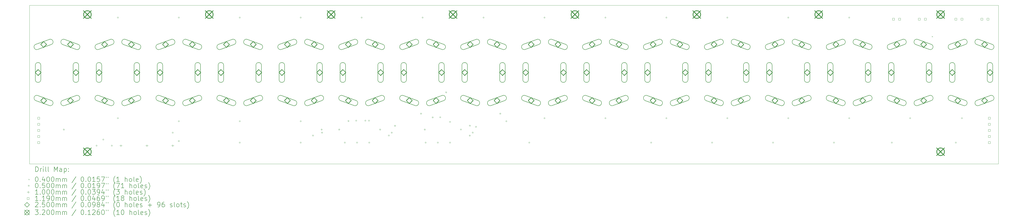
<source format=gbr>
%FSLAX45Y45*%
G04 Gerber Fmt 4.5, Leading zero omitted, Abs format (unit mm)*
G04 Created by KiCad (PCBNEW 6.0.5+dfsg-1~bpo11+1) date 2022-08-13 18:52:41*
%MOMM*%
%LPD*%
G01*
G04 APERTURE LIST*
%TA.AperFunction,Profile*%
%ADD10C,0.100000*%
%TD*%
%ADD11C,0.200000*%
%ADD12C,0.040000*%
%ADD13C,0.050000*%
%ADD14C,0.100000*%
%ADD15C,0.119000*%
%ADD16C,0.250000*%
%ADD17C,0.320000*%
G04 APERTURE END LIST*
D10*
X41783000Y-16510000D02*
X41783000Y-9906000D01*
X1397000Y-9906000D02*
X1397000Y-16510000D01*
X1397000Y-16510000D02*
X41783000Y-16510000D01*
X41783000Y-9906000D02*
X1397000Y-9906000D01*
D11*
D12*
X39003000Y-11184000D02*
X39043000Y-11224000D01*
X39043000Y-11184000D02*
X39003000Y-11224000D01*
D13*
X2854560Y-15077440D02*
G75*
G03*
X2854560Y-15077440I-25000J0D01*
G01*
X4216000Y-15748000D02*
G75*
G03*
X4216000Y-15748000I-25000J0D01*
G01*
X4495400Y-15494000D02*
G75*
G03*
X4495400Y-15494000I-25000J0D01*
G01*
X4853540Y-15748000D02*
G75*
G03*
X4853540Y-15748000I-25000J0D01*
G01*
X5105000Y-10414000D02*
G75*
G03*
X5105000Y-10414000I-25000J0D01*
G01*
X5105000Y-14605000D02*
G75*
G03*
X5105000Y-14605000I-25000J0D01*
G01*
X7391000Y-15206980D02*
G75*
G03*
X7391000Y-15206980I-25000J0D01*
G01*
X7645000Y-10414000D02*
G75*
G03*
X7645000Y-10414000I-25000J0D01*
G01*
X7645000Y-14732000D02*
G75*
G03*
X7645000Y-14732000I-25000J0D01*
G01*
X7645000Y-15557500D02*
G75*
G03*
X7645000Y-15557500I-25000J0D01*
G01*
X10185000Y-10414000D02*
G75*
G03*
X10185000Y-10414000I-25000J0D01*
G01*
X10185000Y-14732000D02*
G75*
G03*
X10185000Y-14732000I-25000J0D01*
G01*
X10185000Y-15621000D02*
G75*
G03*
X10185000Y-15621000I-25000J0D01*
G01*
X12725000Y-10414000D02*
G75*
G03*
X12725000Y-10414000I-25000J0D01*
G01*
X12725000Y-14732000D02*
G75*
G03*
X12725000Y-14732000I-25000J0D01*
G01*
X12725000Y-15621000D02*
G75*
G03*
X12725000Y-15621000I-25000J0D01*
G01*
X13238080Y-15326360D02*
G75*
G03*
X13238080Y-15326360I-25000J0D01*
G01*
X13598760Y-15077440D02*
G75*
G03*
X13598760Y-15077440I-25000J0D01*
G01*
X13614000Y-15204440D02*
G75*
G03*
X13614000Y-15204440I-25000J0D01*
G01*
X14330280Y-15077440D02*
G75*
G03*
X14330280Y-15077440I-25000J0D01*
G01*
X14566500Y-15621000D02*
G75*
G03*
X14566500Y-15621000I-25000J0D01*
G01*
X14716360Y-14721840D02*
G75*
G03*
X14716360Y-14721840I-25000J0D01*
G01*
X15036400Y-14706600D02*
G75*
G03*
X15036400Y-14706600I-25000J0D01*
G01*
X15074500Y-15621000D02*
G75*
G03*
X15074500Y-15621000I-25000J0D01*
G01*
X15265000Y-10414000D02*
G75*
G03*
X15265000Y-10414000I-25000J0D01*
G01*
X15417400Y-14706600D02*
G75*
G03*
X15417400Y-14706600I-25000J0D01*
G01*
X15569800Y-14706600D02*
G75*
G03*
X15569800Y-14706600I-25000J0D01*
G01*
X15582500Y-15621000D02*
G75*
G03*
X15582500Y-15621000I-25000J0D01*
G01*
X16034620Y-15077440D02*
G75*
G03*
X16034620Y-15077440I-25000J0D01*
G01*
X16397840Y-15326360D02*
G75*
G03*
X16397840Y-15326360I-25000J0D01*
G01*
X16521410Y-15205330D02*
G75*
G03*
X16521410Y-15205330I-25000J0D01*
G01*
X16656920Y-14922050D02*
G75*
G03*
X16656920Y-14922050I-25000J0D01*
G01*
X17741500Y-14414500D02*
G75*
G03*
X17741500Y-14414500I-25000J0D01*
G01*
X17805000Y-10414000D02*
G75*
G03*
X17805000Y-10414000I-25000J0D01*
G01*
X17896440Y-15077440D02*
G75*
G03*
X17896440Y-15077440I-25000J0D01*
G01*
X17932000Y-15621000D02*
G75*
G03*
X17932000Y-15621000I-25000J0D01*
G01*
X18226640Y-14571980D02*
G75*
G03*
X18226640Y-14571980I-25000J0D01*
G01*
X18440000Y-15621000D02*
G75*
G03*
X18440000Y-15621000I-25000J0D01*
G01*
X18539060Y-14569440D02*
G75*
G03*
X18539060Y-14569440I-25000J0D01*
G01*
X18785440Y-13528040D02*
G75*
G03*
X18785440Y-13528040I-25000J0D01*
G01*
X18948000Y-14757400D02*
G75*
G03*
X18948000Y-14757400I-25000J0D01*
G01*
X18948000Y-15621000D02*
G75*
G03*
X18948000Y-15621000I-25000J0D01*
G01*
X19402660Y-15077440D02*
G75*
G03*
X19402660Y-15077440I-25000J0D01*
G01*
X19773500Y-15328900D02*
G75*
G03*
X19773500Y-15328900I-25000J0D01*
G01*
X19776040Y-14916290D02*
G75*
G03*
X19776040Y-14916290I-25000J0D01*
G01*
X19894530Y-15205330D02*
G75*
G03*
X19894530Y-15205330I-25000J0D01*
G01*
X20030040Y-14963140D02*
G75*
G03*
X20030040Y-14963140I-25000J0D01*
G01*
X20345000Y-10414000D02*
G75*
G03*
X20345000Y-10414000I-25000J0D01*
G01*
X21043500Y-14414500D02*
G75*
G03*
X21043500Y-14414500I-25000J0D01*
G01*
X21297500Y-14732000D02*
G75*
G03*
X21297500Y-14732000I-25000J0D01*
G01*
X22250000Y-15621000D02*
G75*
G03*
X22250000Y-15621000I-25000J0D01*
G01*
X22885000Y-10414000D02*
G75*
G03*
X22885000Y-10414000I-25000J0D01*
G01*
X22885000Y-14605000D02*
G75*
G03*
X22885000Y-14605000I-25000J0D01*
G01*
X25425000Y-10414000D02*
G75*
G03*
X25425000Y-10414000I-25000J0D01*
G01*
X25425000Y-14605000D02*
G75*
G03*
X25425000Y-14605000I-25000J0D01*
G01*
X27330000Y-15621000D02*
G75*
G03*
X27330000Y-15621000I-25000J0D01*
G01*
X27965000Y-10414000D02*
G75*
G03*
X27965000Y-10414000I-25000J0D01*
G01*
X27965000Y-14605000D02*
G75*
G03*
X27965000Y-14605000I-25000J0D01*
G01*
X29870000Y-15621000D02*
G75*
G03*
X29870000Y-15621000I-25000J0D01*
G01*
X30505000Y-10414000D02*
G75*
G03*
X30505000Y-10414000I-25000J0D01*
G01*
X30505000Y-14605000D02*
G75*
G03*
X30505000Y-14605000I-25000J0D01*
G01*
X32410000Y-15621000D02*
G75*
G03*
X32410000Y-15621000I-25000J0D01*
G01*
X33045000Y-10414000D02*
G75*
G03*
X33045000Y-10414000I-25000J0D01*
G01*
X33045000Y-14605000D02*
G75*
G03*
X33045000Y-14605000I-25000J0D01*
G01*
X34950000Y-15621000D02*
G75*
G03*
X34950000Y-15621000I-25000J0D01*
G01*
X35585000Y-10414000D02*
G75*
G03*
X35585000Y-10414000I-25000J0D01*
G01*
X35585000Y-14605000D02*
G75*
G03*
X35585000Y-14605000I-25000J0D01*
G01*
X37363000Y-15621000D02*
G75*
G03*
X37363000Y-15621000I-25000J0D01*
G01*
X38125000Y-14605000D02*
G75*
G03*
X38125000Y-14605000I-25000J0D01*
G01*
X40030000Y-15621000D02*
G75*
G03*
X40030000Y-15621000I-25000J0D01*
G01*
X40284000Y-14605000D02*
G75*
G03*
X40284000Y-14605000I-25000J0D01*
G01*
D14*
X5207000Y-15698000D02*
X5207000Y-15798000D01*
X5157000Y-15748000D02*
X5257000Y-15748000D01*
X6286500Y-15698000D02*
X6286500Y-15798000D01*
X6236500Y-15748000D02*
X6336500Y-15748000D01*
X7366000Y-15698000D02*
X7366000Y-15798000D01*
X7316000Y-15748000D02*
X7416000Y-15748000D01*
D15*
X1820073Y-14647073D02*
X1820073Y-14562927D01*
X1735927Y-14562927D01*
X1735927Y-14647073D01*
X1820073Y-14647073D01*
X1820073Y-14901073D02*
X1820073Y-14816927D01*
X1735927Y-14816927D01*
X1735927Y-14901073D01*
X1820073Y-14901073D01*
X1820073Y-15155073D02*
X1820073Y-15070927D01*
X1735927Y-15070927D01*
X1735927Y-15155073D01*
X1820073Y-15155073D01*
X1820073Y-15409073D02*
X1820073Y-15324927D01*
X1735927Y-15324927D01*
X1735927Y-15409073D01*
X1820073Y-15409073D01*
X1820073Y-15663073D02*
X1820073Y-15578927D01*
X1735927Y-15578927D01*
X1735927Y-15663073D01*
X1820073Y-15663073D01*
X37443573Y-10521573D02*
X37443573Y-10437427D01*
X37359427Y-10437427D01*
X37359427Y-10521573D01*
X37443573Y-10521573D01*
X37697573Y-10521573D02*
X37697573Y-10437427D01*
X37613427Y-10437427D01*
X37613427Y-10521573D01*
X37697573Y-10521573D01*
X38523073Y-10521573D02*
X38523073Y-10437427D01*
X38438927Y-10437427D01*
X38438927Y-10521573D01*
X38523073Y-10521573D01*
X38777073Y-10521573D02*
X38777073Y-10437427D01*
X38692927Y-10437427D01*
X38692927Y-10521573D01*
X38777073Y-10521573D01*
X40047073Y-10521573D02*
X40047073Y-10437427D01*
X39962927Y-10437427D01*
X39962927Y-10521573D01*
X40047073Y-10521573D01*
X40301073Y-10521573D02*
X40301073Y-10437427D01*
X40216927Y-10437427D01*
X40216927Y-10521573D01*
X40301073Y-10521573D01*
X41126573Y-10521573D02*
X41126573Y-10437427D01*
X41042427Y-10437427D01*
X41042427Y-10521573D01*
X41126573Y-10521573D01*
X41380573Y-10521573D02*
X41380573Y-10437427D01*
X41296427Y-10437427D01*
X41296427Y-10521573D01*
X41380573Y-10521573D01*
X41444073Y-14647073D02*
X41444073Y-14562927D01*
X41359927Y-14562927D01*
X41359927Y-14647073D01*
X41444073Y-14647073D01*
X41444073Y-14901073D02*
X41444073Y-14816927D01*
X41359927Y-14816927D01*
X41359927Y-14901073D01*
X41444073Y-14901073D01*
X41444073Y-15155073D02*
X41444073Y-15070927D01*
X41359927Y-15070927D01*
X41359927Y-15155073D01*
X41444073Y-15155073D01*
X41444073Y-15409073D02*
X41444073Y-15324927D01*
X41359927Y-15324927D01*
X41359927Y-15409073D01*
X41444073Y-15409073D01*
X41444073Y-15663073D02*
X41444073Y-15578927D01*
X41359927Y-15578927D01*
X41359927Y-15663073D01*
X41444073Y-15663073D01*
D16*
X1752600Y-12825000D02*
X1877600Y-12700000D01*
X1752600Y-12575000D01*
X1627600Y-12700000D01*
X1752600Y-12825000D01*
D11*
X1637600Y-12400000D02*
X1637600Y-13000000D01*
X1867600Y-12400000D02*
X1867600Y-13000000D01*
X1637600Y-13000000D02*
G75*
G03*
X1867600Y-13000000I115000J0D01*
G01*
X1867600Y-12400000D02*
G75*
G03*
X1637600Y-12400000I-115000J0D01*
G01*
D16*
X1981200Y-11656600D02*
X2106200Y-11531600D01*
X1981200Y-11406600D01*
X1856200Y-11531600D01*
X1981200Y-11656600D01*
D11*
X2223776Y-11320929D02*
X1659960Y-11526141D01*
X2302440Y-11537059D02*
X1738624Y-11742271D01*
X1659960Y-11526141D02*
G75*
G03*
X1738624Y-11742271I39332J-108065D01*
G01*
X2302440Y-11537059D02*
G75*
G03*
X2223776Y-11320929I-39332J108065D01*
G01*
D16*
X1981200Y-13993400D02*
X2106200Y-13868400D01*
X1981200Y-13743400D01*
X1856200Y-13868400D01*
X1981200Y-13993400D01*
D11*
X1659960Y-13873859D02*
X2223776Y-14079071D01*
X1738624Y-13657729D02*
X2302440Y-13862941D01*
X2223776Y-14079071D02*
G75*
G03*
X2302440Y-13862941I39332J108065D01*
G01*
X1738624Y-13657729D02*
G75*
G03*
X1659960Y-13873859I-39332J-108065D01*
G01*
D16*
X3098800Y-11656600D02*
X3223800Y-11531600D01*
X3098800Y-11406600D01*
X2973800Y-11531600D01*
X3098800Y-11656600D01*
D11*
X2777560Y-11537059D02*
X3341375Y-11742271D01*
X2856224Y-11320929D02*
X3420040Y-11526141D01*
X3341375Y-11742271D02*
G75*
G03*
X3420040Y-11526141I39332J108065D01*
G01*
X2856224Y-11320929D02*
G75*
G03*
X2777560Y-11537059I-39332J-108065D01*
G01*
D16*
X3098800Y-13993400D02*
X3223800Y-13868400D01*
X3098800Y-13743400D01*
X2973800Y-13868400D01*
X3098800Y-13993400D01*
D11*
X3341375Y-13657729D02*
X2777560Y-13862941D01*
X3420040Y-13873859D02*
X2856224Y-14079071D01*
X2777560Y-13862941D02*
G75*
G03*
X2856224Y-14079071I39332J-108065D01*
G01*
X3420040Y-13873859D02*
G75*
G03*
X3341375Y-13657729I-39332J108065D01*
G01*
D16*
X3327400Y-12825000D02*
X3452400Y-12700000D01*
X3327400Y-12575000D01*
X3202400Y-12700000D01*
X3327400Y-12825000D01*
D11*
X3212400Y-12400000D02*
X3212400Y-13000000D01*
X3442400Y-12400000D02*
X3442400Y-13000000D01*
X3212400Y-13000000D02*
G75*
G03*
X3442400Y-13000000I115000J0D01*
G01*
X3442400Y-12400000D02*
G75*
G03*
X3212400Y-12400000I-115000J0D01*
G01*
D16*
X4292600Y-12825000D02*
X4417600Y-12700000D01*
X4292600Y-12575000D01*
X4167600Y-12700000D01*
X4292600Y-12825000D01*
D11*
X4177600Y-12400000D02*
X4177600Y-13000000D01*
X4407600Y-12400000D02*
X4407600Y-13000000D01*
X4177600Y-13000000D02*
G75*
G03*
X4407600Y-13000000I115000J0D01*
G01*
X4407600Y-12400000D02*
G75*
G03*
X4177600Y-12400000I-115000J0D01*
G01*
D16*
X4521200Y-11656600D02*
X4646200Y-11531600D01*
X4521200Y-11406600D01*
X4396200Y-11531600D01*
X4521200Y-11656600D01*
D11*
X4763776Y-11320929D02*
X4199960Y-11526141D01*
X4842440Y-11537059D02*
X4278625Y-11742271D01*
X4199960Y-11526141D02*
G75*
G03*
X4278625Y-11742271I39332J-108065D01*
G01*
X4842440Y-11537059D02*
G75*
G03*
X4763776Y-11320929I-39332J108065D01*
G01*
D16*
X4521200Y-13993400D02*
X4646200Y-13868400D01*
X4521200Y-13743400D01*
X4396200Y-13868400D01*
X4521200Y-13993400D01*
D11*
X4199960Y-13873859D02*
X4763776Y-14079071D01*
X4278625Y-13657729D02*
X4842440Y-13862941D01*
X4763776Y-14079071D02*
G75*
G03*
X4842440Y-13862941I39332J108065D01*
G01*
X4278625Y-13657729D02*
G75*
G03*
X4199960Y-13873859I-39332J-108065D01*
G01*
D16*
X5638800Y-11656600D02*
X5763800Y-11531600D01*
X5638800Y-11406600D01*
X5513800Y-11531600D01*
X5638800Y-11656600D01*
D11*
X5317560Y-11537059D02*
X5881375Y-11742271D01*
X5396225Y-11320929D02*
X5960040Y-11526141D01*
X5881375Y-11742271D02*
G75*
G03*
X5960040Y-11526141I39332J108065D01*
G01*
X5396225Y-11320929D02*
G75*
G03*
X5317560Y-11537059I-39332J-108065D01*
G01*
D16*
X5638800Y-13993400D02*
X5763800Y-13868400D01*
X5638800Y-13743400D01*
X5513800Y-13868400D01*
X5638800Y-13993400D01*
D11*
X5881375Y-13657729D02*
X5317560Y-13862941D01*
X5960040Y-13873859D02*
X5396225Y-14079071D01*
X5317560Y-13862941D02*
G75*
G03*
X5396225Y-14079071I39332J-108065D01*
G01*
X5960040Y-13873859D02*
G75*
G03*
X5881375Y-13657729I-39332J108065D01*
G01*
D16*
X5867400Y-12825000D02*
X5992400Y-12700000D01*
X5867400Y-12575000D01*
X5742400Y-12700000D01*
X5867400Y-12825000D01*
D11*
X5752400Y-12400000D02*
X5752400Y-13000000D01*
X5982400Y-12400000D02*
X5982400Y-13000000D01*
X5752400Y-13000000D02*
G75*
G03*
X5982400Y-13000000I115000J0D01*
G01*
X5982400Y-12400000D02*
G75*
G03*
X5752400Y-12400000I-115000J0D01*
G01*
D16*
X6832600Y-12825000D02*
X6957600Y-12700000D01*
X6832600Y-12575000D01*
X6707600Y-12700000D01*
X6832600Y-12825000D01*
D11*
X6717600Y-12400000D02*
X6717600Y-13000000D01*
X6947600Y-12400000D02*
X6947600Y-13000000D01*
X6717600Y-13000000D02*
G75*
G03*
X6947600Y-13000000I115000J0D01*
G01*
X6947600Y-12400000D02*
G75*
G03*
X6717600Y-12400000I-115000J0D01*
G01*
D16*
X7061200Y-11656600D02*
X7186200Y-11531600D01*
X7061200Y-11406600D01*
X6936200Y-11531600D01*
X7061200Y-11656600D01*
D11*
X7303775Y-11320929D02*
X6739960Y-11526141D01*
X7382440Y-11537059D02*
X6818624Y-11742271D01*
X6739960Y-11526141D02*
G75*
G03*
X6818624Y-11742271I39332J-108065D01*
G01*
X7382440Y-11537059D02*
G75*
G03*
X7303775Y-11320929I-39332J108065D01*
G01*
D16*
X7061200Y-13993400D02*
X7186200Y-13868400D01*
X7061200Y-13743400D01*
X6936200Y-13868400D01*
X7061200Y-13993400D01*
D11*
X6739960Y-13873859D02*
X7303775Y-14079071D01*
X6818624Y-13657729D02*
X7382440Y-13862941D01*
X7303775Y-14079071D02*
G75*
G03*
X7382440Y-13862941I39332J108065D01*
G01*
X6818624Y-13657729D02*
G75*
G03*
X6739960Y-13873859I-39332J-108065D01*
G01*
D16*
X8178800Y-11656600D02*
X8303800Y-11531600D01*
X8178800Y-11406600D01*
X8053800Y-11531600D01*
X8178800Y-11656600D01*
D11*
X7857560Y-11537059D02*
X8421376Y-11742271D01*
X7936224Y-11320929D02*
X8500040Y-11526141D01*
X8421376Y-11742271D02*
G75*
G03*
X8500040Y-11526141I39332J108065D01*
G01*
X7936224Y-11320929D02*
G75*
G03*
X7857560Y-11537059I-39332J-108065D01*
G01*
D16*
X8178800Y-13993400D02*
X8303800Y-13868400D01*
X8178800Y-13743400D01*
X8053800Y-13868400D01*
X8178800Y-13993400D01*
D11*
X8421376Y-13657729D02*
X7857560Y-13862941D01*
X8500040Y-13873859D02*
X7936224Y-14079071D01*
X7857560Y-13862941D02*
G75*
G03*
X7936224Y-14079071I39332J-108065D01*
G01*
X8500040Y-13873859D02*
G75*
G03*
X8421376Y-13657729I-39332J108065D01*
G01*
D16*
X8407400Y-12825000D02*
X8532400Y-12700000D01*
X8407400Y-12575000D01*
X8282400Y-12700000D01*
X8407400Y-12825000D01*
D11*
X8292400Y-12400000D02*
X8292400Y-13000000D01*
X8522400Y-12400000D02*
X8522400Y-13000000D01*
X8292400Y-13000000D02*
G75*
G03*
X8522400Y-13000000I115000J0D01*
G01*
X8522400Y-12400000D02*
G75*
G03*
X8292400Y-12400000I-115000J0D01*
G01*
D16*
X9372600Y-12825000D02*
X9497600Y-12700000D01*
X9372600Y-12575000D01*
X9247600Y-12700000D01*
X9372600Y-12825000D01*
D11*
X9257600Y-12400000D02*
X9257600Y-13000000D01*
X9487600Y-12400000D02*
X9487600Y-13000000D01*
X9257600Y-13000000D02*
G75*
G03*
X9487600Y-13000000I115000J0D01*
G01*
X9487600Y-12400000D02*
G75*
G03*
X9257600Y-12400000I-115000J0D01*
G01*
D16*
X9601200Y-11656600D02*
X9726200Y-11531600D01*
X9601200Y-11406600D01*
X9476200Y-11531600D01*
X9601200Y-11656600D01*
D11*
X9843776Y-11320929D02*
X9279960Y-11526141D01*
X9922440Y-11537059D02*
X9358625Y-11742271D01*
X9279960Y-11526141D02*
G75*
G03*
X9358625Y-11742271I39332J-108065D01*
G01*
X9922440Y-11537059D02*
G75*
G03*
X9843776Y-11320929I-39332J108065D01*
G01*
D16*
X9601200Y-13993400D02*
X9726200Y-13868400D01*
X9601200Y-13743400D01*
X9476200Y-13868400D01*
X9601200Y-13993400D01*
D11*
X9279960Y-13873859D02*
X9843776Y-14079071D01*
X9358625Y-13657729D02*
X9922440Y-13862941D01*
X9843776Y-14079071D02*
G75*
G03*
X9922440Y-13862941I39332J108065D01*
G01*
X9358625Y-13657729D02*
G75*
G03*
X9279960Y-13873859I-39332J-108065D01*
G01*
D16*
X10718800Y-11656600D02*
X10843800Y-11531600D01*
X10718800Y-11406600D01*
X10593800Y-11531600D01*
X10718800Y-11656600D01*
D11*
X10397560Y-11537059D02*
X10961376Y-11742271D01*
X10476225Y-11320929D02*
X11040040Y-11526141D01*
X10961376Y-11742271D02*
G75*
G03*
X11040040Y-11526141I39332J108065D01*
G01*
X10476225Y-11320929D02*
G75*
G03*
X10397560Y-11537059I-39332J-108065D01*
G01*
D16*
X10718800Y-13993400D02*
X10843800Y-13868400D01*
X10718800Y-13743400D01*
X10593800Y-13868400D01*
X10718800Y-13993400D01*
D11*
X10961376Y-13657729D02*
X10397560Y-13862941D01*
X11040040Y-13873859D02*
X10476225Y-14079071D01*
X10397560Y-13862941D02*
G75*
G03*
X10476225Y-14079071I39332J-108065D01*
G01*
X11040040Y-13873859D02*
G75*
G03*
X10961376Y-13657729I-39332J108065D01*
G01*
D16*
X10947400Y-12825000D02*
X11072400Y-12700000D01*
X10947400Y-12575000D01*
X10822400Y-12700000D01*
X10947400Y-12825000D01*
D11*
X10832400Y-12400000D02*
X10832400Y-13000000D01*
X11062400Y-12400000D02*
X11062400Y-13000000D01*
X10832400Y-13000000D02*
G75*
G03*
X11062400Y-13000000I115000J0D01*
G01*
X11062400Y-12400000D02*
G75*
G03*
X10832400Y-12400000I-115000J0D01*
G01*
D16*
X11912600Y-12825000D02*
X12037600Y-12700000D01*
X11912600Y-12575000D01*
X11787600Y-12700000D01*
X11912600Y-12825000D01*
D11*
X11797600Y-12400000D02*
X11797600Y-13000000D01*
X12027600Y-12400000D02*
X12027600Y-13000000D01*
X11797600Y-13000000D02*
G75*
G03*
X12027600Y-13000000I115000J0D01*
G01*
X12027600Y-12400000D02*
G75*
G03*
X11797600Y-12400000I-115000J0D01*
G01*
D16*
X12141200Y-11656600D02*
X12266200Y-11531600D01*
X12141200Y-11406600D01*
X12016200Y-11531600D01*
X12141200Y-11656600D01*
D11*
X12383775Y-11320929D02*
X11819960Y-11526141D01*
X12462440Y-11537059D02*
X11898624Y-11742271D01*
X11819960Y-11526141D02*
G75*
G03*
X11898624Y-11742271I39332J-108065D01*
G01*
X12462440Y-11537059D02*
G75*
G03*
X12383775Y-11320929I-39332J108065D01*
G01*
D16*
X12141200Y-13993400D02*
X12266200Y-13868400D01*
X12141200Y-13743400D01*
X12016200Y-13868400D01*
X12141200Y-13993400D01*
D11*
X11819960Y-13873859D02*
X12383775Y-14079071D01*
X11898624Y-13657729D02*
X12462440Y-13862941D01*
X12383775Y-14079071D02*
G75*
G03*
X12462440Y-13862941I39332J108065D01*
G01*
X11898624Y-13657729D02*
G75*
G03*
X11819960Y-13873859I-39332J-108065D01*
G01*
D16*
X13258800Y-11656600D02*
X13383800Y-11531600D01*
X13258800Y-11406600D01*
X13133800Y-11531600D01*
X13258800Y-11656600D01*
D11*
X12937560Y-11537059D02*
X13501375Y-11742271D01*
X13016224Y-11320929D02*
X13580040Y-11526141D01*
X13501375Y-11742271D02*
G75*
G03*
X13580040Y-11526141I39332J108065D01*
G01*
X13016224Y-11320929D02*
G75*
G03*
X12937560Y-11537059I-39332J-108065D01*
G01*
D16*
X13258800Y-13993400D02*
X13383800Y-13868400D01*
X13258800Y-13743400D01*
X13133800Y-13868400D01*
X13258800Y-13993400D01*
D11*
X13501375Y-13657729D02*
X12937560Y-13862941D01*
X13580040Y-13873859D02*
X13016224Y-14079071D01*
X12937560Y-13862941D02*
G75*
G03*
X13016224Y-14079071I39332J-108065D01*
G01*
X13580040Y-13873859D02*
G75*
G03*
X13501375Y-13657729I-39332J108065D01*
G01*
D16*
X13487400Y-12825000D02*
X13612400Y-12700000D01*
X13487400Y-12575000D01*
X13362400Y-12700000D01*
X13487400Y-12825000D01*
D11*
X13372400Y-12400000D02*
X13372400Y-13000000D01*
X13602400Y-12400000D02*
X13602400Y-13000000D01*
X13372400Y-13000000D02*
G75*
G03*
X13602400Y-13000000I115000J0D01*
G01*
X13602400Y-12400000D02*
G75*
G03*
X13372400Y-12400000I-115000J0D01*
G01*
D16*
X14452600Y-12825000D02*
X14577600Y-12700000D01*
X14452600Y-12575000D01*
X14327600Y-12700000D01*
X14452600Y-12825000D01*
D11*
X14337600Y-12400000D02*
X14337600Y-13000000D01*
X14567600Y-12400000D02*
X14567600Y-13000000D01*
X14337600Y-13000000D02*
G75*
G03*
X14567600Y-13000000I115000J0D01*
G01*
X14567600Y-12400000D02*
G75*
G03*
X14337600Y-12400000I-115000J0D01*
G01*
D16*
X14681200Y-11656600D02*
X14806200Y-11531600D01*
X14681200Y-11406600D01*
X14556200Y-11531600D01*
X14681200Y-11656600D01*
D11*
X14923775Y-11320929D02*
X14359960Y-11526141D01*
X15002440Y-11537059D02*
X14438624Y-11742271D01*
X14359960Y-11526141D02*
G75*
G03*
X14438624Y-11742271I39332J-108065D01*
G01*
X15002440Y-11537059D02*
G75*
G03*
X14923775Y-11320929I-39332J108065D01*
G01*
D16*
X14681200Y-13993400D02*
X14806200Y-13868400D01*
X14681200Y-13743400D01*
X14556200Y-13868400D01*
X14681200Y-13993400D01*
D11*
X14359960Y-13873859D02*
X14923775Y-14079071D01*
X14438624Y-13657729D02*
X15002440Y-13862941D01*
X14923775Y-14079071D02*
G75*
G03*
X15002440Y-13862941I39332J108065D01*
G01*
X14438624Y-13657729D02*
G75*
G03*
X14359960Y-13873859I-39332J-108065D01*
G01*
D16*
X15798800Y-11656600D02*
X15923800Y-11531600D01*
X15798800Y-11406600D01*
X15673800Y-11531600D01*
X15798800Y-11656600D01*
D11*
X15477560Y-11537059D02*
X16041375Y-11742271D01*
X15556224Y-11320929D02*
X16120040Y-11526141D01*
X16041375Y-11742271D02*
G75*
G03*
X16120040Y-11526141I39332J108065D01*
G01*
X15556224Y-11320929D02*
G75*
G03*
X15477560Y-11537059I-39332J-108065D01*
G01*
D16*
X15798800Y-13993400D02*
X15923800Y-13868400D01*
X15798800Y-13743400D01*
X15673800Y-13868400D01*
X15798800Y-13993400D01*
D11*
X16041375Y-13657729D02*
X15477560Y-13862941D01*
X16120040Y-13873859D02*
X15556224Y-14079071D01*
X15477560Y-13862941D02*
G75*
G03*
X15556224Y-14079071I39332J-108065D01*
G01*
X16120040Y-13873859D02*
G75*
G03*
X16041375Y-13657729I-39332J108065D01*
G01*
D16*
X16027400Y-12825000D02*
X16152400Y-12700000D01*
X16027400Y-12575000D01*
X15902400Y-12700000D01*
X16027400Y-12825000D01*
D11*
X15912400Y-12400000D02*
X15912400Y-13000000D01*
X16142400Y-12400000D02*
X16142400Y-13000000D01*
X15912400Y-13000000D02*
G75*
G03*
X16142400Y-13000000I115000J0D01*
G01*
X16142400Y-12400000D02*
G75*
G03*
X15912400Y-12400000I-115000J0D01*
G01*
D16*
X16992600Y-12825000D02*
X17117600Y-12700000D01*
X16992600Y-12575000D01*
X16867600Y-12700000D01*
X16992600Y-12825000D01*
D11*
X16877600Y-12400000D02*
X16877600Y-13000000D01*
X17107600Y-12400000D02*
X17107600Y-13000000D01*
X16877600Y-13000000D02*
G75*
G03*
X17107600Y-13000000I115000J0D01*
G01*
X17107600Y-12400000D02*
G75*
G03*
X16877600Y-12400000I-115000J0D01*
G01*
D16*
X17221200Y-11656600D02*
X17346200Y-11531600D01*
X17221200Y-11406600D01*
X17096200Y-11531600D01*
X17221200Y-11656600D01*
D11*
X17463776Y-11320929D02*
X16899960Y-11526141D01*
X17542440Y-11537059D02*
X16978625Y-11742271D01*
X16899960Y-11526141D02*
G75*
G03*
X16978625Y-11742271I39332J-108065D01*
G01*
X17542440Y-11537059D02*
G75*
G03*
X17463776Y-11320929I-39332J108065D01*
G01*
D16*
X17221200Y-13993400D02*
X17346200Y-13868400D01*
X17221200Y-13743400D01*
X17096200Y-13868400D01*
X17221200Y-13993400D01*
D11*
X16899960Y-13873859D02*
X17463776Y-14079071D01*
X16978625Y-13657729D02*
X17542440Y-13862941D01*
X17463776Y-14079071D02*
G75*
G03*
X17542440Y-13862941I39332J108065D01*
G01*
X16978625Y-13657729D02*
G75*
G03*
X16899960Y-13873859I-39332J-108065D01*
G01*
D16*
X18338800Y-11656600D02*
X18463800Y-11531600D01*
X18338800Y-11406600D01*
X18213800Y-11531600D01*
X18338800Y-11656600D01*
D11*
X18017560Y-11537059D02*
X18581376Y-11742271D01*
X18096225Y-11320929D02*
X18660040Y-11526141D01*
X18581376Y-11742271D02*
G75*
G03*
X18660040Y-11526141I39332J108065D01*
G01*
X18096225Y-11320929D02*
G75*
G03*
X18017560Y-11537059I-39332J-108065D01*
G01*
D16*
X18338800Y-13993400D02*
X18463800Y-13868400D01*
X18338800Y-13743400D01*
X18213800Y-13868400D01*
X18338800Y-13993400D01*
D11*
X18581376Y-13657729D02*
X18017560Y-13862941D01*
X18660040Y-13873859D02*
X18096225Y-14079071D01*
X18017560Y-13862941D02*
G75*
G03*
X18096225Y-14079071I39332J-108065D01*
G01*
X18660040Y-13873859D02*
G75*
G03*
X18581376Y-13657729I-39332J108065D01*
G01*
D16*
X18567400Y-12825000D02*
X18692400Y-12700000D01*
X18567400Y-12575000D01*
X18442400Y-12700000D01*
X18567400Y-12825000D01*
D11*
X18452400Y-12400000D02*
X18452400Y-13000000D01*
X18682400Y-12400000D02*
X18682400Y-13000000D01*
X18452400Y-13000000D02*
G75*
G03*
X18682400Y-13000000I115000J0D01*
G01*
X18682400Y-12400000D02*
G75*
G03*
X18452400Y-12400000I-115000J0D01*
G01*
D16*
X19532600Y-12825000D02*
X19657600Y-12700000D01*
X19532600Y-12575000D01*
X19407600Y-12700000D01*
X19532600Y-12825000D01*
D11*
X19417600Y-12400000D02*
X19417600Y-13000000D01*
X19647600Y-12400000D02*
X19647600Y-13000000D01*
X19417600Y-13000000D02*
G75*
G03*
X19647600Y-13000000I115000J0D01*
G01*
X19647600Y-12400000D02*
G75*
G03*
X19417600Y-12400000I-115000J0D01*
G01*
D16*
X19761200Y-11656600D02*
X19886200Y-11531600D01*
X19761200Y-11406600D01*
X19636200Y-11531600D01*
X19761200Y-11656600D01*
D11*
X20003776Y-11320929D02*
X19439960Y-11526141D01*
X20082440Y-11537059D02*
X19518625Y-11742271D01*
X19439960Y-11526141D02*
G75*
G03*
X19518625Y-11742271I39332J-108065D01*
G01*
X20082440Y-11537059D02*
G75*
G03*
X20003776Y-11320929I-39332J108065D01*
G01*
D16*
X19761200Y-13993400D02*
X19886200Y-13868400D01*
X19761200Y-13743400D01*
X19636200Y-13868400D01*
X19761200Y-13993400D01*
D11*
X19439960Y-13873859D02*
X20003776Y-14079071D01*
X19518625Y-13657729D02*
X20082440Y-13862941D01*
X20003776Y-14079071D02*
G75*
G03*
X20082440Y-13862941I39332J108065D01*
G01*
X19518625Y-13657729D02*
G75*
G03*
X19439960Y-13873859I-39332J-108065D01*
G01*
D16*
X20878800Y-11656600D02*
X21003800Y-11531600D01*
X20878800Y-11406600D01*
X20753800Y-11531600D01*
X20878800Y-11656600D01*
D11*
X20557560Y-11537059D02*
X21121376Y-11742271D01*
X20636225Y-11320929D02*
X21200040Y-11526141D01*
X21121376Y-11742271D02*
G75*
G03*
X21200040Y-11526141I39332J108065D01*
G01*
X20636225Y-11320929D02*
G75*
G03*
X20557560Y-11537059I-39332J-108065D01*
G01*
D16*
X20878800Y-13993400D02*
X21003800Y-13868400D01*
X20878800Y-13743400D01*
X20753800Y-13868400D01*
X20878800Y-13993400D01*
D11*
X21121376Y-13657729D02*
X20557560Y-13862941D01*
X21200040Y-13873859D02*
X20636225Y-14079071D01*
X20557560Y-13862941D02*
G75*
G03*
X20636225Y-14079071I39332J-108065D01*
G01*
X21200040Y-13873859D02*
G75*
G03*
X21121376Y-13657729I-39332J108065D01*
G01*
D16*
X21107400Y-12825000D02*
X21232400Y-12700000D01*
X21107400Y-12575000D01*
X20982400Y-12700000D01*
X21107400Y-12825000D01*
D11*
X20992400Y-12400000D02*
X20992400Y-13000000D01*
X21222400Y-12400000D02*
X21222400Y-13000000D01*
X20992400Y-13000000D02*
G75*
G03*
X21222400Y-13000000I115000J0D01*
G01*
X21222400Y-12400000D02*
G75*
G03*
X20992400Y-12400000I-115000J0D01*
G01*
D16*
X22072600Y-12825000D02*
X22197600Y-12700000D01*
X22072600Y-12575000D01*
X21947600Y-12700000D01*
X22072600Y-12825000D01*
D11*
X21957600Y-12400000D02*
X21957600Y-13000000D01*
X22187600Y-12400000D02*
X22187600Y-13000000D01*
X21957600Y-13000000D02*
G75*
G03*
X22187600Y-13000000I115000J0D01*
G01*
X22187600Y-12400000D02*
G75*
G03*
X21957600Y-12400000I-115000J0D01*
G01*
D16*
X22301200Y-11656600D02*
X22426200Y-11531600D01*
X22301200Y-11406600D01*
X22176200Y-11531600D01*
X22301200Y-11656600D01*
D11*
X22543775Y-11320929D02*
X21979960Y-11526141D01*
X22622440Y-11537059D02*
X22058625Y-11742271D01*
X21979960Y-11526141D02*
G75*
G03*
X22058625Y-11742271I39332J-108065D01*
G01*
X22622440Y-11537059D02*
G75*
G03*
X22543775Y-11320929I-39332J108065D01*
G01*
D16*
X22301200Y-13993400D02*
X22426200Y-13868400D01*
X22301200Y-13743400D01*
X22176200Y-13868400D01*
X22301200Y-13993400D01*
D11*
X21979960Y-13873859D02*
X22543775Y-14079071D01*
X22058625Y-13657729D02*
X22622440Y-13862941D01*
X22543775Y-14079071D02*
G75*
G03*
X22622440Y-13862941I39332J108065D01*
G01*
X22058625Y-13657729D02*
G75*
G03*
X21979960Y-13873859I-39332J-108065D01*
G01*
D16*
X23418800Y-11656600D02*
X23543800Y-11531600D01*
X23418800Y-11406600D01*
X23293800Y-11531600D01*
X23418800Y-11656600D01*
D11*
X23097560Y-11537059D02*
X23661375Y-11742271D01*
X23176224Y-11320929D02*
X23740040Y-11526141D01*
X23661375Y-11742271D02*
G75*
G03*
X23740040Y-11526141I39332J108065D01*
G01*
X23176224Y-11320929D02*
G75*
G03*
X23097560Y-11537059I-39332J-108065D01*
G01*
D16*
X23418800Y-13993400D02*
X23543800Y-13868400D01*
X23418800Y-13743400D01*
X23293800Y-13868400D01*
X23418800Y-13993400D01*
D11*
X23661375Y-13657729D02*
X23097560Y-13862941D01*
X23740040Y-13873859D02*
X23176224Y-14079071D01*
X23097560Y-13862941D02*
G75*
G03*
X23176224Y-14079071I39332J-108065D01*
G01*
X23740040Y-13873859D02*
G75*
G03*
X23661375Y-13657729I-39332J108065D01*
G01*
D16*
X23647400Y-12825000D02*
X23772400Y-12700000D01*
X23647400Y-12575000D01*
X23522400Y-12700000D01*
X23647400Y-12825000D01*
D11*
X23532400Y-12400000D02*
X23532400Y-13000000D01*
X23762400Y-12400000D02*
X23762400Y-13000000D01*
X23532400Y-13000000D02*
G75*
G03*
X23762400Y-13000000I115000J0D01*
G01*
X23762400Y-12400000D02*
G75*
G03*
X23532400Y-12400000I-115000J0D01*
G01*
D16*
X24612600Y-12825000D02*
X24737600Y-12700000D01*
X24612600Y-12575000D01*
X24487600Y-12700000D01*
X24612600Y-12825000D01*
D11*
X24497600Y-12400000D02*
X24497600Y-13000000D01*
X24727600Y-12400000D02*
X24727600Y-13000000D01*
X24497600Y-13000000D02*
G75*
G03*
X24727600Y-13000000I115000J0D01*
G01*
X24727600Y-12400000D02*
G75*
G03*
X24497600Y-12400000I-115000J0D01*
G01*
D16*
X24841200Y-11656600D02*
X24966200Y-11531600D01*
X24841200Y-11406600D01*
X24716200Y-11531600D01*
X24841200Y-11656600D01*
D11*
X25083775Y-11320929D02*
X24519960Y-11526141D01*
X25162440Y-11537059D02*
X24598624Y-11742271D01*
X24519960Y-11526141D02*
G75*
G03*
X24598624Y-11742271I39332J-108065D01*
G01*
X25162440Y-11537059D02*
G75*
G03*
X25083775Y-11320929I-39332J108065D01*
G01*
D16*
X24841200Y-13993400D02*
X24966200Y-13868400D01*
X24841200Y-13743400D01*
X24716200Y-13868400D01*
X24841200Y-13993400D01*
D11*
X24519960Y-13873859D02*
X25083775Y-14079071D01*
X24598624Y-13657729D02*
X25162440Y-13862941D01*
X25083775Y-14079071D02*
G75*
G03*
X25162440Y-13862941I39332J108065D01*
G01*
X24598624Y-13657729D02*
G75*
G03*
X24519960Y-13873859I-39332J-108065D01*
G01*
D16*
X25958800Y-11656600D02*
X26083800Y-11531600D01*
X25958800Y-11406600D01*
X25833800Y-11531600D01*
X25958800Y-11656600D01*
D11*
X25637560Y-11537059D02*
X26201375Y-11742271D01*
X25716224Y-11320929D02*
X26280040Y-11526141D01*
X26201375Y-11742271D02*
G75*
G03*
X26280040Y-11526141I39332J108065D01*
G01*
X25716224Y-11320929D02*
G75*
G03*
X25637560Y-11537059I-39332J-108065D01*
G01*
D16*
X25958800Y-13993400D02*
X26083800Y-13868400D01*
X25958800Y-13743400D01*
X25833800Y-13868400D01*
X25958800Y-13993400D01*
D11*
X26201375Y-13657729D02*
X25637560Y-13862941D01*
X26280040Y-13873859D02*
X25716224Y-14079071D01*
X25637560Y-13862941D02*
G75*
G03*
X25716224Y-14079071I39332J-108065D01*
G01*
X26280040Y-13873859D02*
G75*
G03*
X26201375Y-13657729I-39332J108065D01*
G01*
D16*
X26187400Y-12825000D02*
X26312400Y-12700000D01*
X26187400Y-12575000D01*
X26062400Y-12700000D01*
X26187400Y-12825000D01*
D11*
X26072400Y-12400000D02*
X26072400Y-13000000D01*
X26302400Y-12400000D02*
X26302400Y-13000000D01*
X26072400Y-13000000D02*
G75*
G03*
X26302400Y-13000000I115000J0D01*
G01*
X26302400Y-12400000D02*
G75*
G03*
X26072400Y-12400000I-115000J0D01*
G01*
D16*
X27152600Y-12825000D02*
X27277600Y-12700000D01*
X27152600Y-12575000D01*
X27027600Y-12700000D01*
X27152600Y-12825000D01*
D11*
X27037600Y-12400000D02*
X27037600Y-13000000D01*
X27267600Y-12400000D02*
X27267600Y-13000000D01*
X27037600Y-13000000D02*
G75*
G03*
X27267600Y-13000000I115000J0D01*
G01*
X27267600Y-12400000D02*
G75*
G03*
X27037600Y-12400000I-115000J0D01*
G01*
D16*
X27381200Y-11656600D02*
X27506200Y-11531600D01*
X27381200Y-11406600D01*
X27256200Y-11531600D01*
X27381200Y-11656600D01*
D11*
X27623775Y-11320929D02*
X27059960Y-11526141D01*
X27702440Y-11537059D02*
X27138624Y-11742271D01*
X27059960Y-11526141D02*
G75*
G03*
X27138624Y-11742271I39332J-108065D01*
G01*
X27702440Y-11537059D02*
G75*
G03*
X27623775Y-11320929I-39332J108065D01*
G01*
D16*
X27381200Y-13993400D02*
X27506200Y-13868400D01*
X27381200Y-13743400D01*
X27256200Y-13868400D01*
X27381200Y-13993400D01*
D11*
X27059960Y-13873859D02*
X27623775Y-14079071D01*
X27138624Y-13657729D02*
X27702440Y-13862941D01*
X27623775Y-14079071D02*
G75*
G03*
X27702440Y-13862941I39332J108065D01*
G01*
X27138624Y-13657729D02*
G75*
G03*
X27059960Y-13873859I-39332J-108065D01*
G01*
D16*
X28498800Y-11656600D02*
X28623800Y-11531600D01*
X28498800Y-11406600D01*
X28373800Y-11531600D01*
X28498800Y-11656600D01*
D11*
X28177560Y-11537059D02*
X28741375Y-11742271D01*
X28256224Y-11320929D02*
X28820040Y-11526141D01*
X28741375Y-11742271D02*
G75*
G03*
X28820040Y-11526141I39332J108065D01*
G01*
X28256224Y-11320929D02*
G75*
G03*
X28177560Y-11537059I-39332J-108065D01*
G01*
D16*
X28498800Y-13993400D02*
X28623800Y-13868400D01*
X28498800Y-13743400D01*
X28373800Y-13868400D01*
X28498800Y-13993400D01*
D11*
X28741375Y-13657729D02*
X28177560Y-13862941D01*
X28820040Y-13873859D02*
X28256224Y-14079071D01*
X28177560Y-13862941D02*
G75*
G03*
X28256224Y-14079071I39332J-108065D01*
G01*
X28820040Y-13873859D02*
G75*
G03*
X28741375Y-13657729I-39332J108065D01*
G01*
D16*
X28727400Y-12825000D02*
X28852400Y-12700000D01*
X28727400Y-12575000D01*
X28602400Y-12700000D01*
X28727400Y-12825000D01*
D11*
X28612400Y-12400000D02*
X28612400Y-13000000D01*
X28842400Y-12400000D02*
X28842400Y-13000000D01*
X28612400Y-13000000D02*
G75*
G03*
X28842400Y-13000000I115000J0D01*
G01*
X28842400Y-12400000D02*
G75*
G03*
X28612400Y-12400000I-115000J0D01*
G01*
D16*
X29692600Y-12825000D02*
X29817600Y-12700000D01*
X29692600Y-12575000D01*
X29567600Y-12700000D01*
X29692600Y-12825000D01*
D11*
X29577600Y-12400000D02*
X29577600Y-13000000D01*
X29807600Y-12400000D02*
X29807600Y-13000000D01*
X29577600Y-13000000D02*
G75*
G03*
X29807600Y-13000000I115000J0D01*
G01*
X29807600Y-12400000D02*
G75*
G03*
X29577600Y-12400000I-115000J0D01*
G01*
D16*
X29921200Y-11656600D02*
X30046200Y-11531600D01*
X29921200Y-11406600D01*
X29796200Y-11531600D01*
X29921200Y-11656600D01*
D11*
X30163775Y-11320929D02*
X29599960Y-11526141D01*
X30242440Y-11537059D02*
X29678624Y-11742271D01*
X29599960Y-11526141D02*
G75*
G03*
X29678624Y-11742271I39332J-108065D01*
G01*
X30242440Y-11537059D02*
G75*
G03*
X30163775Y-11320929I-39332J108065D01*
G01*
D16*
X29921200Y-13993400D02*
X30046200Y-13868400D01*
X29921200Y-13743400D01*
X29796200Y-13868400D01*
X29921200Y-13993400D01*
D11*
X29599960Y-13873859D02*
X30163775Y-14079071D01*
X29678624Y-13657729D02*
X30242440Y-13862941D01*
X30163775Y-14079071D02*
G75*
G03*
X30242440Y-13862941I39332J108065D01*
G01*
X29678624Y-13657729D02*
G75*
G03*
X29599960Y-13873859I-39332J-108065D01*
G01*
D16*
X31038800Y-11656600D02*
X31163800Y-11531600D01*
X31038800Y-11406600D01*
X30913800Y-11531600D01*
X31038800Y-11656600D01*
D11*
X30717560Y-11537059D02*
X31281375Y-11742271D01*
X30796224Y-11320929D02*
X31360040Y-11526141D01*
X31281375Y-11742271D02*
G75*
G03*
X31360040Y-11526141I39332J108065D01*
G01*
X30796224Y-11320929D02*
G75*
G03*
X30717560Y-11537059I-39332J-108065D01*
G01*
D16*
X31038800Y-13993400D02*
X31163800Y-13868400D01*
X31038800Y-13743400D01*
X30913800Y-13868400D01*
X31038800Y-13993400D01*
D11*
X31281375Y-13657729D02*
X30717560Y-13862941D01*
X31360040Y-13873859D02*
X30796224Y-14079071D01*
X30717560Y-13862941D02*
G75*
G03*
X30796224Y-14079071I39332J-108065D01*
G01*
X31360040Y-13873859D02*
G75*
G03*
X31281375Y-13657729I-39332J108065D01*
G01*
D16*
X31267400Y-12825000D02*
X31392400Y-12700000D01*
X31267400Y-12575000D01*
X31142400Y-12700000D01*
X31267400Y-12825000D01*
D11*
X31152400Y-12400000D02*
X31152400Y-13000000D01*
X31382400Y-12400000D02*
X31382400Y-13000000D01*
X31152400Y-13000000D02*
G75*
G03*
X31382400Y-13000000I115000J0D01*
G01*
X31382400Y-12400000D02*
G75*
G03*
X31152400Y-12400000I-115000J0D01*
G01*
D16*
X32232600Y-12825000D02*
X32357600Y-12700000D01*
X32232600Y-12575000D01*
X32107600Y-12700000D01*
X32232600Y-12825000D01*
D11*
X32117600Y-12400000D02*
X32117600Y-13000000D01*
X32347600Y-12400000D02*
X32347600Y-13000000D01*
X32117600Y-13000000D02*
G75*
G03*
X32347600Y-13000000I115000J0D01*
G01*
X32347600Y-12400000D02*
G75*
G03*
X32117600Y-12400000I-115000J0D01*
G01*
D16*
X32461200Y-11656600D02*
X32586200Y-11531600D01*
X32461200Y-11406600D01*
X32336200Y-11531600D01*
X32461200Y-11656600D01*
D11*
X32703775Y-11320929D02*
X32139960Y-11526141D01*
X32782440Y-11537059D02*
X32218624Y-11742271D01*
X32139960Y-11526141D02*
G75*
G03*
X32218624Y-11742271I39332J-108065D01*
G01*
X32782440Y-11537059D02*
G75*
G03*
X32703775Y-11320929I-39332J108065D01*
G01*
D16*
X32461200Y-13993400D02*
X32586200Y-13868400D01*
X32461200Y-13743400D01*
X32336200Y-13868400D01*
X32461200Y-13993400D01*
D11*
X32139960Y-13873859D02*
X32703775Y-14079071D01*
X32218624Y-13657729D02*
X32782440Y-13862941D01*
X32703775Y-14079071D02*
G75*
G03*
X32782440Y-13862941I39332J108065D01*
G01*
X32218624Y-13657729D02*
G75*
G03*
X32139960Y-13873859I-39332J-108065D01*
G01*
D16*
X33578800Y-11656600D02*
X33703800Y-11531600D01*
X33578800Y-11406600D01*
X33453800Y-11531600D01*
X33578800Y-11656600D01*
D11*
X33257560Y-11537059D02*
X33821376Y-11742271D01*
X33336224Y-11320929D02*
X33900040Y-11526141D01*
X33821376Y-11742271D02*
G75*
G03*
X33900040Y-11526141I39332J108065D01*
G01*
X33336224Y-11320929D02*
G75*
G03*
X33257560Y-11537059I-39332J-108065D01*
G01*
D16*
X33578800Y-13993400D02*
X33703800Y-13868400D01*
X33578800Y-13743400D01*
X33453800Y-13868400D01*
X33578800Y-13993400D01*
D11*
X33821376Y-13657729D02*
X33257560Y-13862941D01*
X33900040Y-13873859D02*
X33336224Y-14079071D01*
X33257560Y-13862941D02*
G75*
G03*
X33336224Y-14079071I39332J-108065D01*
G01*
X33900040Y-13873859D02*
G75*
G03*
X33821376Y-13657729I-39332J108065D01*
G01*
D16*
X33807400Y-12825000D02*
X33932400Y-12700000D01*
X33807400Y-12575000D01*
X33682400Y-12700000D01*
X33807400Y-12825000D01*
D11*
X33692400Y-12400000D02*
X33692400Y-13000000D01*
X33922400Y-12400000D02*
X33922400Y-13000000D01*
X33692400Y-13000000D02*
G75*
G03*
X33922400Y-13000000I115000J0D01*
G01*
X33922400Y-12400000D02*
G75*
G03*
X33692400Y-12400000I-115000J0D01*
G01*
D16*
X34772600Y-12825000D02*
X34897600Y-12700000D01*
X34772600Y-12575000D01*
X34647600Y-12700000D01*
X34772600Y-12825000D01*
D11*
X34657600Y-12400000D02*
X34657600Y-13000000D01*
X34887600Y-12400000D02*
X34887600Y-13000000D01*
X34657600Y-13000000D02*
G75*
G03*
X34887600Y-13000000I115000J0D01*
G01*
X34887600Y-12400000D02*
G75*
G03*
X34657600Y-12400000I-115000J0D01*
G01*
D16*
X35001200Y-11656600D02*
X35126200Y-11531600D01*
X35001200Y-11406600D01*
X34876200Y-11531600D01*
X35001200Y-11656600D01*
D11*
X35243776Y-11320929D02*
X34679960Y-11526141D01*
X35322440Y-11537059D02*
X34758625Y-11742271D01*
X34679960Y-11526141D02*
G75*
G03*
X34758625Y-11742271I39332J-108065D01*
G01*
X35322440Y-11537059D02*
G75*
G03*
X35243776Y-11320929I-39332J108065D01*
G01*
D16*
X35001200Y-13993400D02*
X35126200Y-13868400D01*
X35001200Y-13743400D01*
X34876200Y-13868400D01*
X35001200Y-13993400D01*
D11*
X34679960Y-13873859D02*
X35243776Y-14079071D01*
X34758625Y-13657729D02*
X35322440Y-13862941D01*
X35243776Y-14079071D02*
G75*
G03*
X35322440Y-13862941I39332J108065D01*
G01*
X34758625Y-13657729D02*
G75*
G03*
X34679960Y-13873859I-39332J-108065D01*
G01*
D16*
X36118800Y-11656600D02*
X36243800Y-11531600D01*
X36118800Y-11406600D01*
X35993800Y-11531600D01*
X36118800Y-11656600D01*
D11*
X35797560Y-11537059D02*
X36361376Y-11742271D01*
X35876225Y-11320929D02*
X36440040Y-11526141D01*
X36361376Y-11742271D02*
G75*
G03*
X36440040Y-11526141I39332J108065D01*
G01*
X35876225Y-11320929D02*
G75*
G03*
X35797560Y-11537059I-39332J-108065D01*
G01*
D16*
X36118800Y-13993400D02*
X36243800Y-13868400D01*
X36118800Y-13743400D01*
X35993800Y-13868400D01*
X36118800Y-13993400D01*
D11*
X36361376Y-13657729D02*
X35797560Y-13862941D01*
X36440040Y-13873859D02*
X35876225Y-14079071D01*
X35797560Y-13862941D02*
G75*
G03*
X35876225Y-14079071I39332J-108065D01*
G01*
X36440040Y-13873859D02*
G75*
G03*
X36361376Y-13657729I-39332J108065D01*
G01*
D16*
X36347400Y-12825000D02*
X36472400Y-12700000D01*
X36347400Y-12575000D01*
X36222400Y-12700000D01*
X36347400Y-12825000D01*
D11*
X36232400Y-12400000D02*
X36232400Y-13000000D01*
X36462400Y-12400000D02*
X36462400Y-13000000D01*
X36232400Y-13000000D02*
G75*
G03*
X36462400Y-13000000I115000J0D01*
G01*
X36462400Y-12400000D02*
G75*
G03*
X36232400Y-12400000I-115000J0D01*
G01*
D16*
X37312600Y-12825000D02*
X37437600Y-12700000D01*
X37312600Y-12575000D01*
X37187600Y-12700000D01*
X37312600Y-12825000D01*
D11*
X37197600Y-12400000D02*
X37197600Y-13000000D01*
X37427600Y-12400000D02*
X37427600Y-13000000D01*
X37197600Y-13000000D02*
G75*
G03*
X37427600Y-13000000I115000J0D01*
G01*
X37427600Y-12400000D02*
G75*
G03*
X37197600Y-12400000I-115000J0D01*
G01*
D16*
X37541200Y-11656600D02*
X37666200Y-11531600D01*
X37541200Y-11406600D01*
X37416200Y-11531600D01*
X37541200Y-11656600D01*
D11*
X37783776Y-11320929D02*
X37219960Y-11526141D01*
X37862440Y-11537059D02*
X37298625Y-11742271D01*
X37219960Y-11526141D02*
G75*
G03*
X37298625Y-11742271I39332J-108065D01*
G01*
X37862440Y-11537059D02*
G75*
G03*
X37783776Y-11320929I-39332J108065D01*
G01*
D16*
X37541200Y-13993400D02*
X37666200Y-13868400D01*
X37541200Y-13743400D01*
X37416200Y-13868400D01*
X37541200Y-13993400D01*
D11*
X37219960Y-13873859D02*
X37783776Y-14079071D01*
X37298625Y-13657729D02*
X37862440Y-13862941D01*
X37783776Y-14079071D02*
G75*
G03*
X37862440Y-13862941I39332J108065D01*
G01*
X37298625Y-13657729D02*
G75*
G03*
X37219960Y-13873859I-39332J-108065D01*
G01*
D16*
X38658800Y-11656600D02*
X38783800Y-11531600D01*
X38658800Y-11406600D01*
X38533800Y-11531600D01*
X38658800Y-11656600D01*
D11*
X38337560Y-11537059D02*
X38901376Y-11742271D01*
X38416225Y-11320929D02*
X38980040Y-11526141D01*
X38901376Y-11742271D02*
G75*
G03*
X38980040Y-11526141I39332J108065D01*
G01*
X38416225Y-11320929D02*
G75*
G03*
X38337560Y-11537059I-39332J-108065D01*
G01*
D16*
X38658800Y-13993400D02*
X38783800Y-13868400D01*
X38658800Y-13743400D01*
X38533800Y-13868400D01*
X38658800Y-13993400D01*
D11*
X38901376Y-13657729D02*
X38337560Y-13862941D01*
X38980040Y-13873859D02*
X38416225Y-14079071D01*
X38337560Y-13862941D02*
G75*
G03*
X38416225Y-14079071I39332J-108065D01*
G01*
X38980040Y-13873859D02*
G75*
G03*
X38901376Y-13657729I-39332J108065D01*
G01*
D16*
X38887400Y-12825000D02*
X39012400Y-12700000D01*
X38887400Y-12575000D01*
X38762400Y-12700000D01*
X38887400Y-12825000D01*
D11*
X38772400Y-12400000D02*
X38772400Y-13000000D01*
X39002400Y-12400000D02*
X39002400Y-13000000D01*
X38772400Y-13000000D02*
G75*
G03*
X39002400Y-13000000I115000J0D01*
G01*
X39002400Y-12400000D02*
G75*
G03*
X38772400Y-12400000I-115000J0D01*
G01*
D16*
X39852600Y-12825000D02*
X39977600Y-12700000D01*
X39852600Y-12575000D01*
X39727600Y-12700000D01*
X39852600Y-12825000D01*
D11*
X39737600Y-12400000D02*
X39737600Y-13000000D01*
X39967600Y-12400000D02*
X39967600Y-13000000D01*
X39737600Y-13000000D02*
G75*
G03*
X39967600Y-13000000I115000J0D01*
G01*
X39967600Y-12400000D02*
G75*
G03*
X39737600Y-12400000I-115000J0D01*
G01*
D16*
X40081200Y-11656600D02*
X40206200Y-11531600D01*
X40081200Y-11406600D01*
X39956200Y-11531600D01*
X40081200Y-11656600D01*
D11*
X40323776Y-11320929D02*
X39759960Y-11526141D01*
X40402440Y-11537059D02*
X39838625Y-11742271D01*
X39759960Y-11526141D02*
G75*
G03*
X39838625Y-11742271I39332J-108065D01*
G01*
X40402440Y-11537059D02*
G75*
G03*
X40323776Y-11320929I-39332J108065D01*
G01*
D16*
X40081200Y-13993400D02*
X40206200Y-13868400D01*
X40081200Y-13743400D01*
X39956200Y-13868400D01*
X40081200Y-13993400D01*
D11*
X39759960Y-13873859D02*
X40323776Y-14079071D01*
X39838625Y-13657729D02*
X40402440Y-13862941D01*
X40323776Y-14079071D02*
G75*
G03*
X40402440Y-13862941I39332J108065D01*
G01*
X39838625Y-13657729D02*
G75*
G03*
X39759960Y-13873859I-39332J-108065D01*
G01*
D16*
X41198800Y-11656600D02*
X41323800Y-11531600D01*
X41198800Y-11406600D01*
X41073800Y-11531600D01*
X41198800Y-11656600D01*
D11*
X40877560Y-11537059D02*
X41441376Y-11742271D01*
X40956225Y-11320929D02*
X41520040Y-11526141D01*
X41441376Y-11742271D02*
G75*
G03*
X41520040Y-11526141I39332J108065D01*
G01*
X40956225Y-11320929D02*
G75*
G03*
X40877560Y-11537059I-39332J-108065D01*
G01*
D16*
X41198800Y-13993400D02*
X41323800Y-13868400D01*
X41198800Y-13743400D01*
X41073800Y-13868400D01*
X41198800Y-13993400D01*
D11*
X41441376Y-13657729D02*
X40877560Y-13862941D01*
X41520040Y-13873859D02*
X40956225Y-14079071D01*
X40877560Y-13862941D02*
G75*
G03*
X40956225Y-14079071I39332J-108065D01*
G01*
X41520040Y-13873859D02*
G75*
G03*
X41441376Y-13657729I-39332J108065D01*
G01*
D16*
X41427400Y-12825000D02*
X41552400Y-12700000D01*
X41427400Y-12575000D01*
X41302400Y-12700000D01*
X41427400Y-12825000D01*
D11*
X41312400Y-12400000D02*
X41312400Y-13000000D01*
X41542400Y-12400000D02*
X41542400Y-13000000D01*
X41312400Y-13000000D02*
G75*
G03*
X41542400Y-13000000I115000J0D01*
G01*
X41542400Y-12400000D02*
G75*
G03*
X41312400Y-12400000I-115000J0D01*
G01*
D17*
X3650000Y-10127000D02*
X3970000Y-10447000D01*
X3970000Y-10127000D02*
X3650000Y-10447000D01*
X3970000Y-10287000D02*
G75*
G03*
X3970000Y-10287000I-160000J0D01*
G01*
X3650000Y-15842000D02*
X3970000Y-16162000D01*
X3970000Y-15842000D02*
X3650000Y-16162000D01*
X3970000Y-16002000D02*
G75*
G03*
X3970000Y-16002000I-160000J0D01*
G01*
X8730000Y-10127000D02*
X9050000Y-10447000D01*
X9050000Y-10127000D02*
X8730000Y-10447000D01*
X9050000Y-10287000D02*
G75*
G03*
X9050000Y-10287000I-160000J0D01*
G01*
X13810000Y-10127000D02*
X14130000Y-10447000D01*
X14130000Y-10127000D02*
X13810000Y-10447000D01*
X14130000Y-10287000D02*
G75*
G03*
X14130000Y-10287000I-160000J0D01*
G01*
X18890000Y-10127000D02*
X19210000Y-10447000D01*
X19210000Y-10127000D02*
X18890000Y-10447000D01*
X19210000Y-10287000D02*
G75*
G03*
X19210000Y-10287000I-160000J0D01*
G01*
X23970000Y-10127000D02*
X24290000Y-10447000D01*
X24290000Y-10127000D02*
X23970000Y-10447000D01*
X24290000Y-10287000D02*
G75*
G03*
X24290000Y-10287000I-160000J0D01*
G01*
X29050000Y-10127000D02*
X29370000Y-10447000D01*
X29370000Y-10127000D02*
X29050000Y-10447000D01*
X29370000Y-10287000D02*
G75*
G03*
X29370000Y-10287000I-160000J0D01*
G01*
X34130000Y-10127000D02*
X34450000Y-10447000D01*
X34450000Y-10127000D02*
X34130000Y-10447000D01*
X34450000Y-10287000D02*
G75*
G03*
X34450000Y-10287000I-160000J0D01*
G01*
X39210000Y-10127000D02*
X39530000Y-10447000D01*
X39530000Y-10127000D02*
X39210000Y-10447000D01*
X39530000Y-10287000D02*
G75*
G03*
X39530000Y-10287000I-160000J0D01*
G01*
X39210000Y-15842000D02*
X39530000Y-16162000D01*
X39530000Y-15842000D02*
X39210000Y-16162000D01*
X39530000Y-16002000D02*
G75*
G03*
X39530000Y-16002000I-160000J0D01*
G01*
D11*
X1649619Y-16825476D02*
X1649619Y-16625476D01*
X1697238Y-16625476D01*
X1725809Y-16635000D01*
X1744857Y-16654048D01*
X1754381Y-16673095D01*
X1763905Y-16711190D01*
X1763905Y-16739762D01*
X1754381Y-16777857D01*
X1744857Y-16796905D01*
X1725809Y-16815952D01*
X1697238Y-16825476D01*
X1649619Y-16825476D01*
X1849619Y-16825476D02*
X1849619Y-16692143D01*
X1849619Y-16730238D02*
X1859143Y-16711190D01*
X1868667Y-16701667D01*
X1887714Y-16692143D01*
X1906762Y-16692143D01*
X1973428Y-16825476D02*
X1973428Y-16692143D01*
X1973428Y-16625476D02*
X1963905Y-16635000D01*
X1973428Y-16644524D01*
X1982952Y-16635000D01*
X1973428Y-16625476D01*
X1973428Y-16644524D01*
X2097238Y-16825476D02*
X2078190Y-16815952D01*
X2068667Y-16796905D01*
X2068667Y-16625476D01*
X2202000Y-16825476D02*
X2182952Y-16815952D01*
X2173429Y-16796905D01*
X2173429Y-16625476D01*
X2430571Y-16825476D02*
X2430571Y-16625476D01*
X2497238Y-16768333D01*
X2563905Y-16625476D01*
X2563905Y-16825476D01*
X2744857Y-16825476D02*
X2744857Y-16720714D01*
X2735333Y-16701667D01*
X2716286Y-16692143D01*
X2678190Y-16692143D01*
X2659143Y-16701667D01*
X2744857Y-16815952D02*
X2725810Y-16825476D01*
X2678190Y-16825476D01*
X2659143Y-16815952D01*
X2649619Y-16796905D01*
X2649619Y-16777857D01*
X2659143Y-16758809D01*
X2678190Y-16749286D01*
X2725810Y-16749286D01*
X2744857Y-16739762D01*
X2840095Y-16692143D02*
X2840095Y-16892143D01*
X2840095Y-16701667D02*
X2859143Y-16692143D01*
X2897238Y-16692143D01*
X2916286Y-16701667D01*
X2925809Y-16711190D01*
X2935333Y-16730238D01*
X2935333Y-16787381D01*
X2925809Y-16806429D01*
X2916286Y-16815952D01*
X2897238Y-16825476D01*
X2859143Y-16825476D01*
X2840095Y-16815952D01*
X3021048Y-16806429D02*
X3030571Y-16815952D01*
X3021048Y-16825476D01*
X3011524Y-16815952D01*
X3021048Y-16806429D01*
X3021048Y-16825476D01*
X3021048Y-16701667D02*
X3030571Y-16711190D01*
X3021048Y-16720714D01*
X3011524Y-16711190D01*
X3021048Y-16701667D01*
X3021048Y-16720714D01*
D12*
X1352000Y-17135000D02*
X1392000Y-17175000D01*
X1392000Y-17135000D02*
X1352000Y-17175000D01*
D11*
X1687714Y-17045476D02*
X1706762Y-17045476D01*
X1725809Y-17055000D01*
X1735333Y-17064524D01*
X1744857Y-17083571D01*
X1754381Y-17121667D01*
X1754381Y-17169286D01*
X1744857Y-17207381D01*
X1735333Y-17226429D01*
X1725809Y-17235952D01*
X1706762Y-17245476D01*
X1687714Y-17245476D01*
X1668667Y-17235952D01*
X1659143Y-17226429D01*
X1649619Y-17207381D01*
X1640095Y-17169286D01*
X1640095Y-17121667D01*
X1649619Y-17083571D01*
X1659143Y-17064524D01*
X1668667Y-17055000D01*
X1687714Y-17045476D01*
X1840095Y-17226429D02*
X1849619Y-17235952D01*
X1840095Y-17245476D01*
X1830571Y-17235952D01*
X1840095Y-17226429D01*
X1840095Y-17245476D01*
X2021048Y-17112143D02*
X2021048Y-17245476D01*
X1973428Y-17035952D02*
X1925809Y-17178810D01*
X2049619Y-17178810D01*
X2163905Y-17045476D02*
X2182952Y-17045476D01*
X2202000Y-17055000D01*
X2211524Y-17064524D01*
X2221048Y-17083571D01*
X2230571Y-17121667D01*
X2230571Y-17169286D01*
X2221048Y-17207381D01*
X2211524Y-17226429D01*
X2202000Y-17235952D01*
X2182952Y-17245476D01*
X2163905Y-17245476D01*
X2144857Y-17235952D01*
X2135333Y-17226429D01*
X2125810Y-17207381D01*
X2116286Y-17169286D01*
X2116286Y-17121667D01*
X2125810Y-17083571D01*
X2135333Y-17064524D01*
X2144857Y-17055000D01*
X2163905Y-17045476D01*
X2354381Y-17045476D02*
X2373429Y-17045476D01*
X2392476Y-17055000D01*
X2402000Y-17064524D01*
X2411524Y-17083571D01*
X2421048Y-17121667D01*
X2421048Y-17169286D01*
X2411524Y-17207381D01*
X2402000Y-17226429D01*
X2392476Y-17235952D01*
X2373429Y-17245476D01*
X2354381Y-17245476D01*
X2335333Y-17235952D01*
X2325810Y-17226429D01*
X2316286Y-17207381D01*
X2306762Y-17169286D01*
X2306762Y-17121667D01*
X2316286Y-17083571D01*
X2325810Y-17064524D01*
X2335333Y-17055000D01*
X2354381Y-17045476D01*
X2506762Y-17245476D02*
X2506762Y-17112143D01*
X2506762Y-17131190D02*
X2516286Y-17121667D01*
X2535333Y-17112143D01*
X2563905Y-17112143D01*
X2582952Y-17121667D01*
X2592476Y-17140714D01*
X2592476Y-17245476D01*
X2592476Y-17140714D02*
X2602000Y-17121667D01*
X2621048Y-17112143D01*
X2649619Y-17112143D01*
X2668667Y-17121667D01*
X2678190Y-17140714D01*
X2678190Y-17245476D01*
X2773429Y-17245476D02*
X2773429Y-17112143D01*
X2773429Y-17131190D02*
X2782952Y-17121667D01*
X2802000Y-17112143D01*
X2830571Y-17112143D01*
X2849619Y-17121667D01*
X2859143Y-17140714D01*
X2859143Y-17245476D01*
X2859143Y-17140714D02*
X2868667Y-17121667D01*
X2887714Y-17112143D01*
X2916286Y-17112143D01*
X2935333Y-17121667D01*
X2944857Y-17140714D01*
X2944857Y-17245476D01*
X3335333Y-17035952D02*
X3163905Y-17293095D01*
X3592476Y-17045476D02*
X3611524Y-17045476D01*
X3630571Y-17055000D01*
X3640095Y-17064524D01*
X3649619Y-17083571D01*
X3659143Y-17121667D01*
X3659143Y-17169286D01*
X3649619Y-17207381D01*
X3640095Y-17226429D01*
X3630571Y-17235952D01*
X3611524Y-17245476D01*
X3592476Y-17245476D01*
X3573428Y-17235952D01*
X3563905Y-17226429D01*
X3554381Y-17207381D01*
X3544857Y-17169286D01*
X3544857Y-17121667D01*
X3554381Y-17083571D01*
X3563905Y-17064524D01*
X3573428Y-17055000D01*
X3592476Y-17045476D01*
X3744857Y-17226429D02*
X3754381Y-17235952D01*
X3744857Y-17245476D01*
X3735333Y-17235952D01*
X3744857Y-17226429D01*
X3744857Y-17245476D01*
X3878190Y-17045476D02*
X3897238Y-17045476D01*
X3916286Y-17055000D01*
X3925809Y-17064524D01*
X3935333Y-17083571D01*
X3944857Y-17121667D01*
X3944857Y-17169286D01*
X3935333Y-17207381D01*
X3925809Y-17226429D01*
X3916286Y-17235952D01*
X3897238Y-17245476D01*
X3878190Y-17245476D01*
X3859143Y-17235952D01*
X3849619Y-17226429D01*
X3840095Y-17207381D01*
X3830571Y-17169286D01*
X3830571Y-17121667D01*
X3840095Y-17083571D01*
X3849619Y-17064524D01*
X3859143Y-17055000D01*
X3878190Y-17045476D01*
X4135333Y-17245476D02*
X4021048Y-17245476D01*
X4078190Y-17245476D02*
X4078190Y-17045476D01*
X4059143Y-17074048D01*
X4040095Y-17093095D01*
X4021048Y-17102619D01*
X4316286Y-17045476D02*
X4221048Y-17045476D01*
X4211524Y-17140714D01*
X4221048Y-17131190D01*
X4240095Y-17121667D01*
X4287714Y-17121667D01*
X4306762Y-17131190D01*
X4316286Y-17140714D01*
X4325810Y-17159762D01*
X4325810Y-17207381D01*
X4316286Y-17226429D01*
X4306762Y-17235952D01*
X4287714Y-17245476D01*
X4240095Y-17245476D01*
X4221048Y-17235952D01*
X4211524Y-17226429D01*
X4392476Y-17045476D02*
X4525810Y-17045476D01*
X4440095Y-17245476D01*
X4592476Y-17045476D02*
X4592476Y-17083571D01*
X4668667Y-17045476D02*
X4668667Y-17083571D01*
X4963905Y-17321667D02*
X4954381Y-17312143D01*
X4935333Y-17283571D01*
X4925810Y-17264524D01*
X4916286Y-17235952D01*
X4906762Y-17188333D01*
X4906762Y-17150238D01*
X4916286Y-17102619D01*
X4925810Y-17074048D01*
X4935333Y-17055000D01*
X4954381Y-17026429D01*
X4963905Y-17016905D01*
X5144857Y-17245476D02*
X5030571Y-17245476D01*
X5087714Y-17245476D02*
X5087714Y-17045476D01*
X5068667Y-17074048D01*
X5049619Y-17093095D01*
X5030571Y-17102619D01*
X5382952Y-17245476D02*
X5382952Y-17045476D01*
X5468667Y-17245476D02*
X5468667Y-17140714D01*
X5459143Y-17121667D01*
X5440095Y-17112143D01*
X5411524Y-17112143D01*
X5392476Y-17121667D01*
X5382952Y-17131190D01*
X5592476Y-17245476D02*
X5573429Y-17235952D01*
X5563905Y-17226429D01*
X5554381Y-17207381D01*
X5554381Y-17150238D01*
X5563905Y-17131190D01*
X5573429Y-17121667D01*
X5592476Y-17112143D01*
X5621048Y-17112143D01*
X5640095Y-17121667D01*
X5649619Y-17131190D01*
X5659143Y-17150238D01*
X5659143Y-17207381D01*
X5649619Y-17226429D01*
X5640095Y-17235952D01*
X5621048Y-17245476D01*
X5592476Y-17245476D01*
X5773428Y-17245476D02*
X5754381Y-17235952D01*
X5744857Y-17216905D01*
X5744857Y-17045476D01*
X5925809Y-17235952D02*
X5906762Y-17245476D01*
X5868667Y-17245476D01*
X5849619Y-17235952D01*
X5840095Y-17216905D01*
X5840095Y-17140714D01*
X5849619Y-17121667D01*
X5868667Y-17112143D01*
X5906762Y-17112143D01*
X5925809Y-17121667D01*
X5935333Y-17140714D01*
X5935333Y-17159762D01*
X5840095Y-17178810D01*
X6002000Y-17321667D02*
X6011524Y-17312143D01*
X6030571Y-17283571D01*
X6040095Y-17264524D01*
X6049619Y-17235952D01*
X6059143Y-17188333D01*
X6059143Y-17150238D01*
X6049619Y-17102619D01*
X6040095Y-17074048D01*
X6030571Y-17055000D01*
X6011524Y-17026429D01*
X6002000Y-17016905D01*
D13*
X1392000Y-17419000D02*
G75*
G03*
X1392000Y-17419000I-25000J0D01*
G01*
D11*
X1687714Y-17309476D02*
X1706762Y-17309476D01*
X1725809Y-17319000D01*
X1735333Y-17328524D01*
X1744857Y-17347571D01*
X1754381Y-17385667D01*
X1754381Y-17433286D01*
X1744857Y-17471381D01*
X1735333Y-17490429D01*
X1725809Y-17499952D01*
X1706762Y-17509476D01*
X1687714Y-17509476D01*
X1668667Y-17499952D01*
X1659143Y-17490429D01*
X1649619Y-17471381D01*
X1640095Y-17433286D01*
X1640095Y-17385667D01*
X1649619Y-17347571D01*
X1659143Y-17328524D01*
X1668667Y-17319000D01*
X1687714Y-17309476D01*
X1840095Y-17490429D02*
X1849619Y-17499952D01*
X1840095Y-17509476D01*
X1830571Y-17499952D01*
X1840095Y-17490429D01*
X1840095Y-17509476D01*
X2030571Y-17309476D02*
X1935333Y-17309476D01*
X1925809Y-17404714D01*
X1935333Y-17395190D01*
X1954381Y-17385667D01*
X2002000Y-17385667D01*
X2021048Y-17395190D01*
X2030571Y-17404714D01*
X2040095Y-17423762D01*
X2040095Y-17471381D01*
X2030571Y-17490429D01*
X2021048Y-17499952D01*
X2002000Y-17509476D01*
X1954381Y-17509476D01*
X1935333Y-17499952D01*
X1925809Y-17490429D01*
X2163905Y-17309476D02*
X2182952Y-17309476D01*
X2202000Y-17319000D01*
X2211524Y-17328524D01*
X2221048Y-17347571D01*
X2230571Y-17385667D01*
X2230571Y-17433286D01*
X2221048Y-17471381D01*
X2211524Y-17490429D01*
X2202000Y-17499952D01*
X2182952Y-17509476D01*
X2163905Y-17509476D01*
X2144857Y-17499952D01*
X2135333Y-17490429D01*
X2125810Y-17471381D01*
X2116286Y-17433286D01*
X2116286Y-17385667D01*
X2125810Y-17347571D01*
X2135333Y-17328524D01*
X2144857Y-17319000D01*
X2163905Y-17309476D01*
X2354381Y-17309476D02*
X2373429Y-17309476D01*
X2392476Y-17319000D01*
X2402000Y-17328524D01*
X2411524Y-17347571D01*
X2421048Y-17385667D01*
X2421048Y-17433286D01*
X2411524Y-17471381D01*
X2402000Y-17490429D01*
X2392476Y-17499952D01*
X2373429Y-17509476D01*
X2354381Y-17509476D01*
X2335333Y-17499952D01*
X2325810Y-17490429D01*
X2316286Y-17471381D01*
X2306762Y-17433286D01*
X2306762Y-17385667D01*
X2316286Y-17347571D01*
X2325810Y-17328524D01*
X2335333Y-17319000D01*
X2354381Y-17309476D01*
X2506762Y-17509476D02*
X2506762Y-17376143D01*
X2506762Y-17395190D02*
X2516286Y-17385667D01*
X2535333Y-17376143D01*
X2563905Y-17376143D01*
X2582952Y-17385667D01*
X2592476Y-17404714D01*
X2592476Y-17509476D01*
X2592476Y-17404714D02*
X2602000Y-17385667D01*
X2621048Y-17376143D01*
X2649619Y-17376143D01*
X2668667Y-17385667D01*
X2678190Y-17404714D01*
X2678190Y-17509476D01*
X2773429Y-17509476D02*
X2773429Y-17376143D01*
X2773429Y-17395190D02*
X2782952Y-17385667D01*
X2802000Y-17376143D01*
X2830571Y-17376143D01*
X2849619Y-17385667D01*
X2859143Y-17404714D01*
X2859143Y-17509476D01*
X2859143Y-17404714D02*
X2868667Y-17385667D01*
X2887714Y-17376143D01*
X2916286Y-17376143D01*
X2935333Y-17385667D01*
X2944857Y-17404714D01*
X2944857Y-17509476D01*
X3335333Y-17299952D02*
X3163905Y-17557095D01*
X3592476Y-17309476D02*
X3611524Y-17309476D01*
X3630571Y-17319000D01*
X3640095Y-17328524D01*
X3649619Y-17347571D01*
X3659143Y-17385667D01*
X3659143Y-17433286D01*
X3649619Y-17471381D01*
X3640095Y-17490429D01*
X3630571Y-17499952D01*
X3611524Y-17509476D01*
X3592476Y-17509476D01*
X3573428Y-17499952D01*
X3563905Y-17490429D01*
X3554381Y-17471381D01*
X3544857Y-17433286D01*
X3544857Y-17385667D01*
X3554381Y-17347571D01*
X3563905Y-17328524D01*
X3573428Y-17319000D01*
X3592476Y-17309476D01*
X3744857Y-17490429D02*
X3754381Y-17499952D01*
X3744857Y-17509476D01*
X3735333Y-17499952D01*
X3744857Y-17490429D01*
X3744857Y-17509476D01*
X3878190Y-17309476D02*
X3897238Y-17309476D01*
X3916286Y-17319000D01*
X3925809Y-17328524D01*
X3935333Y-17347571D01*
X3944857Y-17385667D01*
X3944857Y-17433286D01*
X3935333Y-17471381D01*
X3925809Y-17490429D01*
X3916286Y-17499952D01*
X3897238Y-17509476D01*
X3878190Y-17509476D01*
X3859143Y-17499952D01*
X3849619Y-17490429D01*
X3840095Y-17471381D01*
X3830571Y-17433286D01*
X3830571Y-17385667D01*
X3840095Y-17347571D01*
X3849619Y-17328524D01*
X3859143Y-17319000D01*
X3878190Y-17309476D01*
X4135333Y-17509476D02*
X4021048Y-17509476D01*
X4078190Y-17509476D02*
X4078190Y-17309476D01*
X4059143Y-17338048D01*
X4040095Y-17357095D01*
X4021048Y-17366619D01*
X4230571Y-17509476D02*
X4268667Y-17509476D01*
X4287714Y-17499952D01*
X4297238Y-17490429D01*
X4316286Y-17461857D01*
X4325810Y-17423762D01*
X4325810Y-17347571D01*
X4316286Y-17328524D01*
X4306762Y-17319000D01*
X4287714Y-17309476D01*
X4249619Y-17309476D01*
X4230571Y-17319000D01*
X4221048Y-17328524D01*
X4211524Y-17347571D01*
X4211524Y-17395190D01*
X4221048Y-17414238D01*
X4230571Y-17423762D01*
X4249619Y-17433286D01*
X4287714Y-17433286D01*
X4306762Y-17423762D01*
X4316286Y-17414238D01*
X4325810Y-17395190D01*
X4392476Y-17309476D02*
X4525810Y-17309476D01*
X4440095Y-17509476D01*
X4592476Y-17309476D02*
X4592476Y-17347571D01*
X4668667Y-17309476D02*
X4668667Y-17347571D01*
X4963905Y-17585667D02*
X4954381Y-17576143D01*
X4935333Y-17547571D01*
X4925810Y-17528524D01*
X4916286Y-17499952D01*
X4906762Y-17452333D01*
X4906762Y-17414238D01*
X4916286Y-17366619D01*
X4925810Y-17338048D01*
X4935333Y-17319000D01*
X4954381Y-17290429D01*
X4963905Y-17280905D01*
X5021048Y-17309476D02*
X5154381Y-17309476D01*
X5068667Y-17509476D01*
X5335333Y-17509476D02*
X5221048Y-17509476D01*
X5278190Y-17509476D02*
X5278190Y-17309476D01*
X5259143Y-17338048D01*
X5240095Y-17357095D01*
X5221048Y-17366619D01*
X5573429Y-17509476D02*
X5573429Y-17309476D01*
X5659143Y-17509476D02*
X5659143Y-17404714D01*
X5649619Y-17385667D01*
X5630571Y-17376143D01*
X5602000Y-17376143D01*
X5582952Y-17385667D01*
X5573429Y-17395190D01*
X5782952Y-17509476D02*
X5763905Y-17499952D01*
X5754381Y-17490429D01*
X5744857Y-17471381D01*
X5744857Y-17414238D01*
X5754381Y-17395190D01*
X5763905Y-17385667D01*
X5782952Y-17376143D01*
X5811524Y-17376143D01*
X5830571Y-17385667D01*
X5840095Y-17395190D01*
X5849619Y-17414238D01*
X5849619Y-17471381D01*
X5840095Y-17490429D01*
X5830571Y-17499952D01*
X5811524Y-17509476D01*
X5782952Y-17509476D01*
X5963905Y-17509476D02*
X5944857Y-17499952D01*
X5935333Y-17480905D01*
X5935333Y-17309476D01*
X6116286Y-17499952D02*
X6097238Y-17509476D01*
X6059143Y-17509476D01*
X6040095Y-17499952D01*
X6030571Y-17480905D01*
X6030571Y-17404714D01*
X6040095Y-17385667D01*
X6059143Y-17376143D01*
X6097238Y-17376143D01*
X6116286Y-17385667D01*
X6125809Y-17404714D01*
X6125809Y-17423762D01*
X6030571Y-17442810D01*
X6202000Y-17499952D02*
X6221048Y-17509476D01*
X6259143Y-17509476D01*
X6278190Y-17499952D01*
X6287714Y-17480905D01*
X6287714Y-17471381D01*
X6278190Y-17452333D01*
X6259143Y-17442810D01*
X6230571Y-17442810D01*
X6211524Y-17433286D01*
X6202000Y-17414238D01*
X6202000Y-17404714D01*
X6211524Y-17385667D01*
X6230571Y-17376143D01*
X6259143Y-17376143D01*
X6278190Y-17385667D01*
X6354381Y-17585667D02*
X6363905Y-17576143D01*
X6382952Y-17547571D01*
X6392476Y-17528524D01*
X6402000Y-17499952D01*
X6411524Y-17452333D01*
X6411524Y-17414238D01*
X6402000Y-17366619D01*
X6392476Y-17338048D01*
X6382952Y-17319000D01*
X6363905Y-17290429D01*
X6354381Y-17280905D01*
D14*
X1342000Y-17633000D02*
X1342000Y-17733000D01*
X1292000Y-17683000D02*
X1392000Y-17683000D01*
D11*
X1754381Y-17773476D02*
X1640095Y-17773476D01*
X1697238Y-17773476D02*
X1697238Y-17573476D01*
X1678190Y-17602048D01*
X1659143Y-17621095D01*
X1640095Y-17630619D01*
X1840095Y-17754429D02*
X1849619Y-17763952D01*
X1840095Y-17773476D01*
X1830571Y-17763952D01*
X1840095Y-17754429D01*
X1840095Y-17773476D01*
X1973428Y-17573476D02*
X1992476Y-17573476D01*
X2011524Y-17583000D01*
X2021048Y-17592524D01*
X2030571Y-17611571D01*
X2040095Y-17649667D01*
X2040095Y-17697286D01*
X2030571Y-17735381D01*
X2021048Y-17754429D01*
X2011524Y-17763952D01*
X1992476Y-17773476D01*
X1973428Y-17773476D01*
X1954381Y-17763952D01*
X1944857Y-17754429D01*
X1935333Y-17735381D01*
X1925809Y-17697286D01*
X1925809Y-17649667D01*
X1935333Y-17611571D01*
X1944857Y-17592524D01*
X1954381Y-17583000D01*
X1973428Y-17573476D01*
X2163905Y-17573476D02*
X2182952Y-17573476D01*
X2202000Y-17583000D01*
X2211524Y-17592524D01*
X2221048Y-17611571D01*
X2230571Y-17649667D01*
X2230571Y-17697286D01*
X2221048Y-17735381D01*
X2211524Y-17754429D01*
X2202000Y-17763952D01*
X2182952Y-17773476D01*
X2163905Y-17773476D01*
X2144857Y-17763952D01*
X2135333Y-17754429D01*
X2125810Y-17735381D01*
X2116286Y-17697286D01*
X2116286Y-17649667D01*
X2125810Y-17611571D01*
X2135333Y-17592524D01*
X2144857Y-17583000D01*
X2163905Y-17573476D01*
X2354381Y-17573476D02*
X2373429Y-17573476D01*
X2392476Y-17583000D01*
X2402000Y-17592524D01*
X2411524Y-17611571D01*
X2421048Y-17649667D01*
X2421048Y-17697286D01*
X2411524Y-17735381D01*
X2402000Y-17754429D01*
X2392476Y-17763952D01*
X2373429Y-17773476D01*
X2354381Y-17773476D01*
X2335333Y-17763952D01*
X2325810Y-17754429D01*
X2316286Y-17735381D01*
X2306762Y-17697286D01*
X2306762Y-17649667D01*
X2316286Y-17611571D01*
X2325810Y-17592524D01*
X2335333Y-17583000D01*
X2354381Y-17573476D01*
X2506762Y-17773476D02*
X2506762Y-17640143D01*
X2506762Y-17659190D02*
X2516286Y-17649667D01*
X2535333Y-17640143D01*
X2563905Y-17640143D01*
X2582952Y-17649667D01*
X2592476Y-17668714D01*
X2592476Y-17773476D01*
X2592476Y-17668714D02*
X2602000Y-17649667D01*
X2621048Y-17640143D01*
X2649619Y-17640143D01*
X2668667Y-17649667D01*
X2678190Y-17668714D01*
X2678190Y-17773476D01*
X2773429Y-17773476D02*
X2773429Y-17640143D01*
X2773429Y-17659190D02*
X2782952Y-17649667D01*
X2802000Y-17640143D01*
X2830571Y-17640143D01*
X2849619Y-17649667D01*
X2859143Y-17668714D01*
X2859143Y-17773476D01*
X2859143Y-17668714D02*
X2868667Y-17649667D01*
X2887714Y-17640143D01*
X2916286Y-17640143D01*
X2935333Y-17649667D01*
X2944857Y-17668714D01*
X2944857Y-17773476D01*
X3335333Y-17563952D02*
X3163905Y-17821095D01*
X3592476Y-17573476D02*
X3611524Y-17573476D01*
X3630571Y-17583000D01*
X3640095Y-17592524D01*
X3649619Y-17611571D01*
X3659143Y-17649667D01*
X3659143Y-17697286D01*
X3649619Y-17735381D01*
X3640095Y-17754429D01*
X3630571Y-17763952D01*
X3611524Y-17773476D01*
X3592476Y-17773476D01*
X3573428Y-17763952D01*
X3563905Y-17754429D01*
X3554381Y-17735381D01*
X3544857Y-17697286D01*
X3544857Y-17649667D01*
X3554381Y-17611571D01*
X3563905Y-17592524D01*
X3573428Y-17583000D01*
X3592476Y-17573476D01*
X3744857Y-17754429D02*
X3754381Y-17763952D01*
X3744857Y-17773476D01*
X3735333Y-17763952D01*
X3744857Y-17754429D01*
X3744857Y-17773476D01*
X3878190Y-17573476D02*
X3897238Y-17573476D01*
X3916286Y-17583000D01*
X3925809Y-17592524D01*
X3935333Y-17611571D01*
X3944857Y-17649667D01*
X3944857Y-17697286D01*
X3935333Y-17735381D01*
X3925809Y-17754429D01*
X3916286Y-17763952D01*
X3897238Y-17773476D01*
X3878190Y-17773476D01*
X3859143Y-17763952D01*
X3849619Y-17754429D01*
X3840095Y-17735381D01*
X3830571Y-17697286D01*
X3830571Y-17649667D01*
X3840095Y-17611571D01*
X3849619Y-17592524D01*
X3859143Y-17583000D01*
X3878190Y-17573476D01*
X4011524Y-17573476D02*
X4135333Y-17573476D01*
X4068667Y-17649667D01*
X4097238Y-17649667D01*
X4116286Y-17659190D01*
X4125809Y-17668714D01*
X4135333Y-17687762D01*
X4135333Y-17735381D01*
X4125809Y-17754429D01*
X4116286Y-17763952D01*
X4097238Y-17773476D01*
X4040095Y-17773476D01*
X4021048Y-17763952D01*
X4011524Y-17754429D01*
X4230571Y-17773476D02*
X4268667Y-17773476D01*
X4287714Y-17763952D01*
X4297238Y-17754429D01*
X4316286Y-17725857D01*
X4325810Y-17687762D01*
X4325810Y-17611571D01*
X4316286Y-17592524D01*
X4306762Y-17583000D01*
X4287714Y-17573476D01*
X4249619Y-17573476D01*
X4230571Y-17583000D01*
X4221048Y-17592524D01*
X4211524Y-17611571D01*
X4211524Y-17659190D01*
X4221048Y-17678238D01*
X4230571Y-17687762D01*
X4249619Y-17697286D01*
X4287714Y-17697286D01*
X4306762Y-17687762D01*
X4316286Y-17678238D01*
X4325810Y-17659190D01*
X4497238Y-17640143D02*
X4497238Y-17773476D01*
X4449619Y-17563952D02*
X4402000Y-17706810D01*
X4525810Y-17706810D01*
X4592476Y-17573476D02*
X4592476Y-17611571D01*
X4668667Y-17573476D02*
X4668667Y-17611571D01*
X4963905Y-17849667D02*
X4954381Y-17840143D01*
X4935333Y-17811571D01*
X4925810Y-17792524D01*
X4916286Y-17763952D01*
X4906762Y-17716333D01*
X4906762Y-17678238D01*
X4916286Y-17630619D01*
X4925810Y-17602048D01*
X4935333Y-17583000D01*
X4954381Y-17554429D01*
X4963905Y-17544905D01*
X5021048Y-17573476D02*
X5144857Y-17573476D01*
X5078190Y-17649667D01*
X5106762Y-17649667D01*
X5125810Y-17659190D01*
X5135333Y-17668714D01*
X5144857Y-17687762D01*
X5144857Y-17735381D01*
X5135333Y-17754429D01*
X5125810Y-17763952D01*
X5106762Y-17773476D01*
X5049619Y-17773476D01*
X5030571Y-17763952D01*
X5021048Y-17754429D01*
X5382952Y-17773476D02*
X5382952Y-17573476D01*
X5468667Y-17773476D02*
X5468667Y-17668714D01*
X5459143Y-17649667D01*
X5440095Y-17640143D01*
X5411524Y-17640143D01*
X5392476Y-17649667D01*
X5382952Y-17659190D01*
X5592476Y-17773476D02*
X5573429Y-17763952D01*
X5563905Y-17754429D01*
X5554381Y-17735381D01*
X5554381Y-17678238D01*
X5563905Y-17659190D01*
X5573429Y-17649667D01*
X5592476Y-17640143D01*
X5621048Y-17640143D01*
X5640095Y-17649667D01*
X5649619Y-17659190D01*
X5659143Y-17678238D01*
X5659143Y-17735381D01*
X5649619Y-17754429D01*
X5640095Y-17763952D01*
X5621048Y-17773476D01*
X5592476Y-17773476D01*
X5773428Y-17773476D02*
X5754381Y-17763952D01*
X5744857Y-17744905D01*
X5744857Y-17573476D01*
X5925809Y-17763952D02*
X5906762Y-17773476D01*
X5868667Y-17773476D01*
X5849619Y-17763952D01*
X5840095Y-17744905D01*
X5840095Y-17668714D01*
X5849619Y-17649667D01*
X5868667Y-17640143D01*
X5906762Y-17640143D01*
X5925809Y-17649667D01*
X5935333Y-17668714D01*
X5935333Y-17687762D01*
X5840095Y-17706810D01*
X6011524Y-17763952D02*
X6030571Y-17773476D01*
X6068667Y-17773476D01*
X6087714Y-17763952D01*
X6097238Y-17744905D01*
X6097238Y-17735381D01*
X6087714Y-17716333D01*
X6068667Y-17706810D01*
X6040095Y-17706810D01*
X6021048Y-17697286D01*
X6011524Y-17678238D01*
X6011524Y-17668714D01*
X6021048Y-17649667D01*
X6040095Y-17640143D01*
X6068667Y-17640143D01*
X6087714Y-17649667D01*
X6163905Y-17849667D02*
X6173428Y-17840143D01*
X6192476Y-17811571D01*
X6202000Y-17792524D01*
X6211524Y-17763952D01*
X6221048Y-17716333D01*
X6221048Y-17678238D01*
X6211524Y-17630619D01*
X6202000Y-17602048D01*
X6192476Y-17583000D01*
X6173428Y-17554429D01*
X6163905Y-17544905D01*
D15*
X1374573Y-17989073D02*
X1374573Y-17904927D01*
X1290427Y-17904927D01*
X1290427Y-17989073D01*
X1374573Y-17989073D01*
D11*
X1754381Y-18037476D02*
X1640095Y-18037476D01*
X1697238Y-18037476D02*
X1697238Y-17837476D01*
X1678190Y-17866048D01*
X1659143Y-17885095D01*
X1640095Y-17894619D01*
X1840095Y-18018429D02*
X1849619Y-18027952D01*
X1840095Y-18037476D01*
X1830571Y-18027952D01*
X1840095Y-18018429D01*
X1840095Y-18037476D01*
X2040095Y-18037476D02*
X1925809Y-18037476D01*
X1982952Y-18037476D02*
X1982952Y-17837476D01*
X1963905Y-17866048D01*
X1944857Y-17885095D01*
X1925809Y-17894619D01*
X2135333Y-18037476D02*
X2173429Y-18037476D01*
X2192476Y-18027952D01*
X2202000Y-18018429D01*
X2221048Y-17989857D01*
X2230571Y-17951762D01*
X2230571Y-17875571D01*
X2221048Y-17856524D01*
X2211524Y-17847000D01*
X2192476Y-17837476D01*
X2154381Y-17837476D01*
X2135333Y-17847000D01*
X2125810Y-17856524D01*
X2116286Y-17875571D01*
X2116286Y-17923190D01*
X2125810Y-17942238D01*
X2135333Y-17951762D01*
X2154381Y-17961286D01*
X2192476Y-17961286D01*
X2211524Y-17951762D01*
X2221048Y-17942238D01*
X2230571Y-17923190D01*
X2354381Y-17837476D02*
X2373429Y-17837476D01*
X2392476Y-17847000D01*
X2402000Y-17856524D01*
X2411524Y-17875571D01*
X2421048Y-17913667D01*
X2421048Y-17961286D01*
X2411524Y-17999381D01*
X2402000Y-18018429D01*
X2392476Y-18027952D01*
X2373429Y-18037476D01*
X2354381Y-18037476D01*
X2335333Y-18027952D01*
X2325810Y-18018429D01*
X2316286Y-17999381D01*
X2306762Y-17961286D01*
X2306762Y-17913667D01*
X2316286Y-17875571D01*
X2325810Y-17856524D01*
X2335333Y-17847000D01*
X2354381Y-17837476D01*
X2506762Y-18037476D02*
X2506762Y-17904143D01*
X2506762Y-17923190D02*
X2516286Y-17913667D01*
X2535333Y-17904143D01*
X2563905Y-17904143D01*
X2582952Y-17913667D01*
X2592476Y-17932714D01*
X2592476Y-18037476D01*
X2592476Y-17932714D02*
X2602000Y-17913667D01*
X2621048Y-17904143D01*
X2649619Y-17904143D01*
X2668667Y-17913667D01*
X2678190Y-17932714D01*
X2678190Y-18037476D01*
X2773429Y-18037476D02*
X2773429Y-17904143D01*
X2773429Y-17923190D02*
X2782952Y-17913667D01*
X2802000Y-17904143D01*
X2830571Y-17904143D01*
X2849619Y-17913667D01*
X2859143Y-17932714D01*
X2859143Y-18037476D01*
X2859143Y-17932714D02*
X2868667Y-17913667D01*
X2887714Y-17904143D01*
X2916286Y-17904143D01*
X2935333Y-17913667D01*
X2944857Y-17932714D01*
X2944857Y-18037476D01*
X3335333Y-17827952D02*
X3163905Y-18085095D01*
X3592476Y-17837476D02*
X3611524Y-17837476D01*
X3630571Y-17847000D01*
X3640095Y-17856524D01*
X3649619Y-17875571D01*
X3659143Y-17913667D01*
X3659143Y-17961286D01*
X3649619Y-17999381D01*
X3640095Y-18018429D01*
X3630571Y-18027952D01*
X3611524Y-18037476D01*
X3592476Y-18037476D01*
X3573428Y-18027952D01*
X3563905Y-18018429D01*
X3554381Y-17999381D01*
X3544857Y-17961286D01*
X3544857Y-17913667D01*
X3554381Y-17875571D01*
X3563905Y-17856524D01*
X3573428Y-17847000D01*
X3592476Y-17837476D01*
X3744857Y-18018429D02*
X3754381Y-18027952D01*
X3744857Y-18037476D01*
X3735333Y-18027952D01*
X3744857Y-18018429D01*
X3744857Y-18037476D01*
X3878190Y-17837476D02*
X3897238Y-17837476D01*
X3916286Y-17847000D01*
X3925809Y-17856524D01*
X3935333Y-17875571D01*
X3944857Y-17913667D01*
X3944857Y-17961286D01*
X3935333Y-17999381D01*
X3925809Y-18018429D01*
X3916286Y-18027952D01*
X3897238Y-18037476D01*
X3878190Y-18037476D01*
X3859143Y-18027952D01*
X3849619Y-18018429D01*
X3840095Y-17999381D01*
X3830571Y-17961286D01*
X3830571Y-17913667D01*
X3840095Y-17875571D01*
X3849619Y-17856524D01*
X3859143Y-17847000D01*
X3878190Y-17837476D01*
X4116286Y-17904143D02*
X4116286Y-18037476D01*
X4068667Y-17827952D02*
X4021048Y-17970810D01*
X4144857Y-17970810D01*
X4306762Y-17837476D02*
X4268667Y-17837476D01*
X4249619Y-17847000D01*
X4240095Y-17856524D01*
X4221048Y-17885095D01*
X4211524Y-17923190D01*
X4211524Y-17999381D01*
X4221048Y-18018429D01*
X4230571Y-18027952D01*
X4249619Y-18037476D01*
X4287714Y-18037476D01*
X4306762Y-18027952D01*
X4316286Y-18018429D01*
X4325810Y-17999381D01*
X4325810Y-17951762D01*
X4316286Y-17932714D01*
X4306762Y-17923190D01*
X4287714Y-17913667D01*
X4249619Y-17913667D01*
X4230571Y-17923190D01*
X4221048Y-17932714D01*
X4211524Y-17951762D01*
X4421048Y-18037476D02*
X4459143Y-18037476D01*
X4478190Y-18027952D01*
X4487714Y-18018429D01*
X4506762Y-17989857D01*
X4516286Y-17951762D01*
X4516286Y-17875571D01*
X4506762Y-17856524D01*
X4497238Y-17847000D01*
X4478190Y-17837476D01*
X4440095Y-17837476D01*
X4421048Y-17847000D01*
X4411524Y-17856524D01*
X4402000Y-17875571D01*
X4402000Y-17923190D01*
X4411524Y-17942238D01*
X4421048Y-17951762D01*
X4440095Y-17961286D01*
X4478190Y-17961286D01*
X4497238Y-17951762D01*
X4506762Y-17942238D01*
X4516286Y-17923190D01*
X4592476Y-17837476D02*
X4592476Y-17875571D01*
X4668667Y-17837476D02*
X4668667Y-17875571D01*
X4963905Y-18113667D02*
X4954381Y-18104143D01*
X4935333Y-18075571D01*
X4925810Y-18056524D01*
X4916286Y-18027952D01*
X4906762Y-17980333D01*
X4906762Y-17942238D01*
X4916286Y-17894619D01*
X4925810Y-17866048D01*
X4935333Y-17847000D01*
X4954381Y-17818429D01*
X4963905Y-17808905D01*
X5144857Y-18037476D02*
X5030571Y-18037476D01*
X5087714Y-18037476D02*
X5087714Y-17837476D01*
X5068667Y-17866048D01*
X5049619Y-17885095D01*
X5030571Y-17894619D01*
X5259143Y-17923190D02*
X5240095Y-17913667D01*
X5230571Y-17904143D01*
X5221048Y-17885095D01*
X5221048Y-17875571D01*
X5230571Y-17856524D01*
X5240095Y-17847000D01*
X5259143Y-17837476D01*
X5297238Y-17837476D01*
X5316286Y-17847000D01*
X5325810Y-17856524D01*
X5335333Y-17875571D01*
X5335333Y-17885095D01*
X5325810Y-17904143D01*
X5316286Y-17913667D01*
X5297238Y-17923190D01*
X5259143Y-17923190D01*
X5240095Y-17932714D01*
X5230571Y-17942238D01*
X5221048Y-17961286D01*
X5221048Y-17999381D01*
X5230571Y-18018429D01*
X5240095Y-18027952D01*
X5259143Y-18037476D01*
X5297238Y-18037476D01*
X5316286Y-18027952D01*
X5325810Y-18018429D01*
X5335333Y-17999381D01*
X5335333Y-17961286D01*
X5325810Y-17942238D01*
X5316286Y-17932714D01*
X5297238Y-17923190D01*
X5573429Y-18037476D02*
X5573429Y-17837476D01*
X5659143Y-18037476D02*
X5659143Y-17932714D01*
X5649619Y-17913667D01*
X5630571Y-17904143D01*
X5602000Y-17904143D01*
X5582952Y-17913667D01*
X5573429Y-17923190D01*
X5782952Y-18037476D02*
X5763905Y-18027952D01*
X5754381Y-18018429D01*
X5744857Y-17999381D01*
X5744857Y-17942238D01*
X5754381Y-17923190D01*
X5763905Y-17913667D01*
X5782952Y-17904143D01*
X5811524Y-17904143D01*
X5830571Y-17913667D01*
X5840095Y-17923190D01*
X5849619Y-17942238D01*
X5849619Y-17999381D01*
X5840095Y-18018429D01*
X5830571Y-18027952D01*
X5811524Y-18037476D01*
X5782952Y-18037476D01*
X5963905Y-18037476D02*
X5944857Y-18027952D01*
X5935333Y-18008905D01*
X5935333Y-17837476D01*
X6116286Y-18027952D02*
X6097238Y-18037476D01*
X6059143Y-18037476D01*
X6040095Y-18027952D01*
X6030571Y-18008905D01*
X6030571Y-17932714D01*
X6040095Y-17913667D01*
X6059143Y-17904143D01*
X6097238Y-17904143D01*
X6116286Y-17913667D01*
X6125809Y-17932714D01*
X6125809Y-17951762D01*
X6030571Y-17970810D01*
X6202000Y-18027952D02*
X6221048Y-18037476D01*
X6259143Y-18037476D01*
X6278190Y-18027952D01*
X6287714Y-18008905D01*
X6287714Y-17999381D01*
X6278190Y-17980333D01*
X6259143Y-17970810D01*
X6230571Y-17970810D01*
X6211524Y-17961286D01*
X6202000Y-17942238D01*
X6202000Y-17932714D01*
X6211524Y-17913667D01*
X6230571Y-17904143D01*
X6259143Y-17904143D01*
X6278190Y-17913667D01*
X6354381Y-18113667D02*
X6363905Y-18104143D01*
X6382952Y-18075571D01*
X6392476Y-18056524D01*
X6402000Y-18027952D01*
X6411524Y-17980333D01*
X6411524Y-17942238D01*
X6402000Y-17894619D01*
X6392476Y-17866048D01*
X6382952Y-17847000D01*
X6363905Y-17818429D01*
X6354381Y-17808905D01*
X1292000Y-18311000D02*
X1392000Y-18211000D01*
X1292000Y-18111000D01*
X1192000Y-18211000D01*
X1292000Y-18311000D01*
X1640095Y-18120524D02*
X1649619Y-18111000D01*
X1668667Y-18101476D01*
X1716286Y-18101476D01*
X1735333Y-18111000D01*
X1744857Y-18120524D01*
X1754381Y-18139571D01*
X1754381Y-18158619D01*
X1744857Y-18187190D01*
X1630571Y-18301476D01*
X1754381Y-18301476D01*
X1840095Y-18282429D02*
X1849619Y-18291952D01*
X1840095Y-18301476D01*
X1830571Y-18291952D01*
X1840095Y-18282429D01*
X1840095Y-18301476D01*
X2030571Y-18101476D02*
X1935333Y-18101476D01*
X1925809Y-18196714D01*
X1935333Y-18187190D01*
X1954381Y-18177667D01*
X2002000Y-18177667D01*
X2021048Y-18187190D01*
X2030571Y-18196714D01*
X2040095Y-18215762D01*
X2040095Y-18263381D01*
X2030571Y-18282429D01*
X2021048Y-18291952D01*
X2002000Y-18301476D01*
X1954381Y-18301476D01*
X1935333Y-18291952D01*
X1925809Y-18282429D01*
X2163905Y-18101476D02*
X2182952Y-18101476D01*
X2202000Y-18111000D01*
X2211524Y-18120524D01*
X2221048Y-18139571D01*
X2230571Y-18177667D01*
X2230571Y-18225286D01*
X2221048Y-18263381D01*
X2211524Y-18282429D01*
X2202000Y-18291952D01*
X2182952Y-18301476D01*
X2163905Y-18301476D01*
X2144857Y-18291952D01*
X2135333Y-18282429D01*
X2125810Y-18263381D01*
X2116286Y-18225286D01*
X2116286Y-18177667D01*
X2125810Y-18139571D01*
X2135333Y-18120524D01*
X2144857Y-18111000D01*
X2163905Y-18101476D01*
X2354381Y-18101476D02*
X2373429Y-18101476D01*
X2392476Y-18111000D01*
X2402000Y-18120524D01*
X2411524Y-18139571D01*
X2421048Y-18177667D01*
X2421048Y-18225286D01*
X2411524Y-18263381D01*
X2402000Y-18282429D01*
X2392476Y-18291952D01*
X2373429Y-18301476D01*
X2354381Y-18301476D01*
X2335333Y-18291952D01*
X2325810Y-18282429D01*
X2316286Y-18263381D01*
X2306762Y-18225286D01*
X2306762Y-18177667D01*
X2316286Y-18139571D01*
X2325810Y-18120524D01*
X2335333Y-18111000D01*
X2354381Y-18101476D01*
X2506762Y-18301476D02*
X2506762Y-18168143D01*
X2506762Y-18187190D02*
X2516286Y-18177667D01*
X2535333Y-18168143D01*
X2563905Y-18168143D01*
X2582952Y-18177667D01*
X2592476Y-18196714D01*
X2592476Y-18301476D01*
X2592476Y-18196714D02*
X2602000Y-18177667D01*
X2621048Y-18168143D01*
X2649619Y-18168143D01*
X2668667Y-18177667D01*
X2678190Y-18196714D01*
X2678190Y-18301476D01*
X2773429Y-18301476D02*
X2773429Y-18168143D01*
X2773429Y-18187190D02*
X2782952Y-18177667D01*
X2802000Y-18168143D01*
X2830571Y-18168143D01*
X2849619Y-18177667D01*
X2859143Y-18196714D01*
X2859143Y-18301476D01*
X2859143Y-18196714D02*
X2868667Y-18177667D01*
X2887714Y-18168143D01*
X2916286Y-18168143D01*
X2935333Y-18177667D01*
X2944857Y-18196714D01*
X2944857Y-18301476D01*
X3335333Y-18091952D02*
X3163905Y-18349095D01*
X3592476Y-18101476D02*
X3611524Y-18101476D01*
X3630571Y-18111000D01*
X3640095Y-18120524D01*
X3649619Y-18139571D01*
X3659143Y-18177667D01*
X3659143Y-18225286D01*
X3649619Y-18263381D01*
X3640095Y-18282429D01*
X3630571Y-18291952D01*
X3611524Y-18301476D01*
X3592476Y-18301476D01*
X3573428Y-18291952D01*
X3563905Y-18282429D01*
X3554381Y-18263381D01*
X3544857Y-18225286D01*
X3544857Y-18177667D01*
X3554381Y-18139571D01*
X3563905Y-18120524D01*
X3573428Y-18111000D01*
X3592476Y-18101476D01*
X3744857Y-18282429D02*
X3754381Y-18291952D01*
X3744857Y-18301476D01*
X3735333Y-18291952D01*
X3744857Y-18282429D01*
X3744857Y-18301476D01*
X3878190Y-18101476D02*
X3897238Y-18101476D01*
X3916286Y-18111000D01*
X3925809Y-18120524D01*
X3935333Y-18139571D01*
X3944857Y-18177667D01*
X3944857Y-18225286D01*
X3935333Y-18263381D01*
X3925809Y-18282429D01*
X3916286Y-18291952D01*
X3897238Y-18301476D01*
X3878190Y-18301476D01*
X3859143Y-18291952D01*
X3849619Y-18282429D01*
X3840095Y-18263381D01*
X3830571Y-18225286D01*
X3830571Y-18177667D01*
X3840095Y-18139571D01*
X3849619Y-18120524D01*
X3859143Y-18111000D01*
X3878190Y-18101476D01*
X4040095Y-18301476D02*
X4078190Y-18301476D01*
X4097238Y-18291952D01*
X4106762Y-18282429D01*
X4125809Y-18253857D01*
X4135333Y-18215762D01*
X4135333Y-18139571D01*
X4125809Y-18120524D01*
X4116286Y-18111000D01*
X4097238Y-18101476D01*
X4059143Y-18101476D01*
X4040095Y-18111000D01*
X4030571Y-18120524D01*
X4021048Y-18139571D01*
X4021048Y-18187190D01*
X4030571Y-18206238D01*
X4040095Y-18215762D01*
X4059143Y-18225286D01*
X4097238Y-18225286D01*
X4116286Y-18215762D01*
X4125809Y-18206238D01*
X4135333Y-18187190D01*
X4249619Y-18187190D02*
X4230571Y-18177667D01*
X4221048Y-18168143D01*
X4211524Y-18149095D01*
X4211524Y-18139571D01*
X4221048Y-18120524D01*
X4230571Y-18111000D01*
X4249619Y-18101476D01*
X4287714Y-18101476D01*
X4306762Y-18111000D01*
X4316286Y-18120524D01*
X4325810Y-18139571D01*
X4325810Y-18149095D01*
X4316286Y-18168143D01*
X4306762Y-18177667D01*
X4287714Y-18187190D01*
X4249619Y-18187190D01*
X4230571Y-18196714D01*
X4221048Y-18206238D01*
X4211524Y-18225286D01*
X4211524Y-18263381D01*
X4221048Y-18282429D01*
X4230571Y-18291952D01*
X4249619Y-18301476D01*
X4287714Y-18301476D01*
X4306762Y-18291952D01*
X4316286Y-18282429D01*
X4325810Y-18263381D01*
X4325810Y-18225286D01*
X4316286Y-18206238D01*
X4306762Y-18196714D01*
X4287714Y-18187190D01*
X4497238Y-18168143D02*
X4497238Y-18301476D01*
X4449619Y-18091952D02*
X4402000Y-18234810D01*
X4525810Y-18234810D01*
X4592476Y-18101476D02*
X4592476Y-18139571D01*
X4668667Y-18101476D02*
X4668667Y-18139571D01*
X4963905Y-18377667D02*
X4954381Y-18368143D01*
X4935333Y-18339571D01*
X4925810Y-18320524D01*
X4916286Y-18291952D01*
X4906762Y-18244333D01*
X4906762Y-18206238D01*
X4916286Y-18158619D01*
X4925810Y-18130048D01*
X4935333Y-18111000D01*
X4954381Y-18082429D01*
X4963905Y-18072905D01*
X5078190Y-18101476D02*
X5097238Y-18101476D01*
X5116286Y-18111000D01*
X5125810Y-18120524D01*
X5135333Y-18139571D01*
X5144857Y-18177667D01*
X5144857Y-18225286D01*
X5135333Y-18263381D01*
X5125810Y-18282429D01*
X5116286Y-18291952D01*
X5097238Y-18301476D01*
X5078190Y-18301476D01*
X5059143Y-18291952D01*
X5049619Y-18282429D01*
X5040095Y-18263381D01*
X5030571Y-18225286D01*
X5030571Y-18177667D01*
X5040095Y-18139571D01*
X5049619Y-18120524D01*
X5059143Y-18111000D01*
X5078190Y-18101476D01*
X5382952Y-18301476D02*
X5382952Y-18101476D01*
X5468667Y-18301476D02*
X5468667Y-18196714D01*
X5459143Y-18177667D01*
X5440095Y-18168143D01*
X5411524Y-18168143D01*
X5392476Y-18177667D01*
X5382952Y-18187190D01*
X5592476Y-18301476D02*
X5573429Y-18291952D01*
X5563905Y-18282429D01*
X5554381Y-18263381D01*
X5554381Y-18206238D01*
X5563905Y-18187190D01*
X5573429Y-18177667D01*
X5592476Y-18168143D01*
X5621048Y-18168143D01*
X5640095Y-18177667D01*
X5649619Y-18187190D01*
X5659143Y-18206238D01*
X5659143Y-18263381D01*
X5649619Y-18282429D01*
X5640095Y-18291952D01*
X5621048Y-18301476D01*
X5592476Y-18301476D01*
X5773428Y-18301476D02*
X5754381Y-18291952D01*
X5744857Y-18272905D01*
X5744857Y-18101476D01*
X5925809Y-18291952D02*
X5906762Y-18301476D01*
X5868667Y-18301476D01*
X5849619Y-18291952D01*
X5840095Y-18272905D01*
X5840095Y-18196714D01*
X5849619Y-18177667D01*
X5868667Y-18168143D01*
X5906762Y-18168143D01*
X5925809Y-18177667D01*
X5935333Y-18196714D01*
X5935333Y-18215762D01*
X5840095Y-18234810D01*
X6011524Y-18291952D02*
X6030571Y-18301476D01*
X6068667Y-18301476D01*
X6087714Y-18291952D01*
X6097238Y-18272905D01*
X6097238Y-18263381D01*
X6087714Y-18244333D01*
X6068667Y-18234810D01*
X6040095Y-18234810D01*
X6021048Y-18225286D01*
X6011524Y-18206238D01*
X6011524Y-18196714D01*
X6021048Y-18177667D01*
X6040095Y-18168143D01*
X6068667Y-18168143D01*
X6087714Y-18177667D01*
X6335333Y-18225286D02*
X6487714Y-18225286D01*
X6411524Y-18301476D02*
X6411524Y-18149095D01*
X6744857Y-18301476D02*
X6782952Y-18301476D01*
X6802000Y-18291952D01*
X6811524Y-18282429D01*
X6830571Y-18253857D01*
X6840095Y-18215762D01*
X6840095Y-18139571D01*
X6830571Y-18120524D01*
X6821048Y-18111000D01*
X6802000Y-18101476D01*
X6763905Y-18101476D01*
X6744857Y-18111000D01*
X6735333Y-18120524D01*
X6725809Y-18139571D01*
X6725809Y-18187190D01*
X6735333Y-18206238D01*
X6744857Y-18215762D01*
X6763905Y-18225286D01*
X6802000Y-18225286D01*
X6821048Y-18215762D01*
X6830571Y-18206238D01*
X6840095Y-18187190D01*
X7011524Y-18101476D02*
X6973428Y-18101476D01*
X6954381Y-18111000D01*
X6944857Y-18120524D01*
X6925809Y-18149095D01*
X6916286Y-18187190D01*
X6916286Y-18263381D01*
X6925809Y-18282429D01*
X6935333Y-18291952D01*
X6954381Y-18301476D01*
X6992476Y-18301476D01*
X7011524Y-18291952D01*
X7021048Y-18282429D01*
X7030571Y-18263381D01*
X7030571Y-18215762D01*
X7021048Y-18196714D01*
X7011524Y-18187190D01*
X6992476Y-18177667D01*
X6954381Y-18177667D01*
X6935333Y-18187190D01*
X6925809Y-18196714D01*
X6916286Y-18215762D01*
X7259143Y-18291952D02*
X7278190Y-18301476D01*
X7316286Y-18301476D01*
X7335333Y-18291952D01*
X7344857Y-18272905D01*
X7344857Y-18263381D01*
X7335333Y-18244333D01*
X7316286Y-18234810D01*
X7287714Y-18234810D01*
X7268667Y-18225286D01*
X7259143Y-18206238D01*
X7259143Y-18196714D01*
X7268667Y-18177667D01*
X7287714Y-18168143D01*
X7316286Y-18168143D01*
X7335333Y-18177667D01*
X7459143Y-18301476D02*
X7440095Y-18291952D01*
X7430571Y-18272905D01*
X7430571Y-18101476D01*
X7563905Y-18301476D02*
X7544857Y-18291952D01*
X7535333Y-18282429D01*
X7525809Y-18263381D01*
X7525809Y-18206238D01*
X7535333Y-18187190D01*
X7544857Y-18177667D01*
X7563905Y-18168143D01*
X7592476Y-18168143D01*
X7611524Y-18177667D01*
X7621048Y-18187190D01*
X7630571Y-18206238D01*
X7630571Y-18263381D01*
X7621048Y-18282429D01*
X7611524Y-18291952D01*
X7592476Y-18301476D01*
X7563905Y-18301476D01*
X7687714Y-18168143D02*
X7763905Y-18168143D01*
X7716286Y-18101476D02*
X7716286Y-18272905D01*
X7725809Y-18291952D01*
X7744857Y-18301476D01*
X7763905Y-18301476D01*
X7821048Y-18291952D02*
X7840095Y-18301476D01*
X7878190Y-18301476D01*
X7897238Y-18291952D01*
X7906762Y-18272905D01*
X7906762Y-18263381D01*
X7897238Y-18244333D01*
X7878190Y-18234810D01*
X7849619Y-18234810D01*
X7830571Y-18225286D01*
X7821048Y-18206238D01*
X7821048Y-18196714D01*
X7830571Y-18177667D01*
X7849619Y-18168143D01*
X7878190Y-18168143D01*
X7897238Y-18177667D01*
X7973428Y-18377667D02*
X7982952Y-18368143D01*
X8002000Y-18339571D01*
X8011524Y-18320524D01*
X8021048Y-18291952D01*
X8030571Y-18244333D01*
X8030571Y-18206238D01*
X8021048Y-18158619D01*
X8011524Y-18130048D01*
X8002000Y-18111000D01*
X7982952Y-18082429D01*
X7973428Y-18072905D01*
X1192000Y-18431000D02*
X1392000Y-18631000D01*
X1392000Y-18431000D02*
X1192000Y-18631000D01*
X1392000Y-18531000D02*
G75*
G03*
X1392000Y-18531000I-100000J0D01*
G01*
X1630571Y-18421476D02*
X1754381Y-18421476D01*
X1687714Y-18497667D01*
X1716286Y-18497667D01*
X1735333Y-18507190D01*
X1744857Y-18516714D01*
X1754381Y-18535762D01*
X1754381Y-18583381D01*
X1744857Y-18602429D01*
X1735333Y-18611952D01*
X1716286Y-18621476D01*
X1659143Y-18621476D01*
X1640095Y-18611952D01*
X1630571Y-18602429D01*
X1840095Y-18602429D02*
X1849619Y-18611952D01*
X1840095Y-18621476D01*
X1830571Y-18611952D01*
X1840095Y-18602429D01*
X1840095Y-18621476D01*
X1925809Y-18440524D02*
X1935333Y-18431000D01*
X1954381Y-18421476D01*
X2002000Y-18421476D01*
X2021048Y-18431000D01*
X2030571Y-18440524D01*
X2040095Y-18459571D01*
X2040095Y-18478619D01*
X2030571Y-18507190D01*
X1916286Y-18621476D01*
X2040095Y-18621476D01*
X2163905Y-18421476D02*
X2182952Y-18421476D01*
X2202000Y-18431000D01*
X2211524Y-18440524D01*
X2221048Y-18459571D01*
X2230571Y-18497667D01*
X2230571Y-18545286D01*
X2221048Y-18583381D01*
X2211524Y-18602429D01*
X2202000Y-18611952D01*
X2182952Y-18621476D01*
X2163905Y-18621476D01*
X2144857Y-18611952D01*
X2135333Y-18602429D01*
X2125810Y-18583381D01*
X2116286Y-18545286D01*
X2116286Y-18497667D01*
X2125810Y-18459571D01*
X2135333Y-18440524D01*
X2144857Y-18431000D01*
X2163905Y-18421476D01*
X2354381Y-18421476D02*
X2373429Y-18421476D01*
X2392476Y-18431000D01*
X2402000Y-18440524D01*
X2411524Y-18459571D01*
X2421048Y-18497667D01*
X2421048Y-18545286D01*
X2411524Y-18583381D01*
X2402000Y-18602429D01*
X2392476Y-18611952D01*
X2373429Y-18621476D01*
X2354381Y-18621476D01*
X2335333Y-18611952D01*
X2325810Y-18602429D01*
X2316286Y-18583381D01*
X2306762Y-18545286D01*
X2306762Y-18497667D01*
X2316286Y-18459571D01*
X2325810Y-18440524D01*
X2335333Y-18431000D01*
X2354381Y-18421476D01*
X2506762Y-18621476D02*
X2506762Y-18488143D01*
X2506762Y-18507190D02*
X2516286Y-18497667D01*
X2535333Y-18488143D01*
X2563905Y-18488143D01*
X2582952Y-18497667D01*
X2592476Y-18516714D01*
X2592476Y-18621476D01*
X2592476Y-18516714D02*
X2602000Y-18497667D01*
X2621048Y-18488143D01*
X2649619Y-18488143D01*
X2668667Y-18497667D01*
X2678190Y-18516714D01*
X2678190Y-18621476D01*
X2773429Y-18621476D02*
X2773429Y-18488143D01*
X2773429Y-18507190D02*
X2782952Y-18497667D01*
X2802000Y-18488143D01*
X2830571Y-18488143D01*
X2849619Y-18497667D01*
X2859143Y-18516714D01*
X2859143Y-18621476D01*
X2859143Y-18516714D02*
X2868667Y-18497667D01*
X2887714Y-18488143D01*
X2916286Y-18488143D01*
X2935333Y-18497667D01*
X2944857Y-18516714D01*
X2944857Y-18621476D01*
X3335333Y-18411952D02*
X3163905Y-18669095D01*
X3592476Y-18421476D02*
X3611524Y-18421476D01*
X3630571Y-18431000D01*
X3640095Y-18440524D01*
X3649619Y-18459571D01*
X3659143Y-18497667D01*
X3659143Y-18545286D01*
X3649619Y-18583381D01*
X3640095Y-18602429D01*
X3630571Y-18611952D01*
X3611524Y-18621476D01*
X3592476Y-18621476D01*
X3573428Y-18611952D01*
X3563905Y-18602429D01*
X3554381Y-18583381D01*
X3544857Y-18545286D01*
X3544857Y-18497667D01*
X3554381Y-18459571D01*
X3563905Y-18440524D01*
X3573428Y-18431000D01*
X3592476Y-18421476D01*
X3744857Y-18602429D02*
X3754381Y-18611952D01*
X3744857Y-18621476D01*
X3735333Y-18611952D01*
X3744857Y-18602429D01*
X3744857Y-18621476D01*
X3944857Y-18621476D02*
X3830571Y-18621476D01*
X3887714Y-18621476D02*
X3887714Y-18421476D01*
X3868667Y-18450048D01*
X3849619Y-18469095D01*
X3830571Y-18478619D01*
X4021048Y-18440524D02*
X4030571Y-18431000D01*
X4049619Y-18421476D01*
X4097238Y-18421476D01*
X4116286Y-18431000D01*
X4125809Y-18440524D01*
X4135333Y-18459571D01*
X4135333Y-18478619D01*
X4125809Y-18507190D01*
X4011524Y-18621476D01*
X4135333Y-18621476D01*
X4306762Y-18421476D02*
X4268667Y-18421476D01*
X4249619Y-18431000D01*
X4240095Y-18440524D01*
X4221048Y-18469095D01*
X4211524Y-18507190D01*
X4211524Y-18583381D01*
X4221048Y-18602429D01*
X4230571Y-18611952D01*
X4249619Y-18621476D01*
X4287714Y-18621476D01*
X4306762Y-18611952D01*
X4316286Y-18602429D01*
X4325810Y-18583381D01*
X4325810Y-18535762D01*
X4316286Y-18516714D01*
X4306762Y-18507190D01*
X4287714Y-18497667D01*
X4249619Y-18497667D01*
X4230571Y-18507190D01*
X4221048Y-18516714D01*
X4211524Y-18535762D01*
X4449619Y-18421476D02*
X4468667Y-18421476D01*
X4487714Y-18431000D01*
X4497238Y-18440524D01*
X4506762Y-18459571D01*
X4516286Y-18497667D01*
X4516286Y-18545286D01*
X4506762Y-18583381D01*
X4497238Y-18602429D01*
X4487714Y-18611952D01*
X4468667Y-18621476D01*
X4449619Y-18621476D01*
X4430571Y-18611952D01*
X4421048Y-18602429D01*
X4411524Y-18583381D01*
X4402000Y-18545286D01*
X4402000Y-18497667D01*
X4411524Y-18459571D01*
X4421048Y-18440524D01*
X4430571Y-18431000D01*
X4449619Y-18421476D01*
X4592476Y-18421476D02*
X4592476Y-18459571D01*
X4668667Y-18421476D02*
X4668667Y-18459571D01*
X4963905Y-18697667D02*
X4954381Y-18688143D01*
X4935333Y-18659571D01*
X4925810Y-18640524D01*
X4916286Y-18611952D01*
X4906762Y-18564333D01*
X4906762Y-18526238D01*
X4916286Y-18478619D01*
X4925810Y-18450048D01*
X4935333Y-18431000D01*
X4954381Y-18402429D01*
X4963905Y-18392905D01*
X5144857Y-18621476D02*
X5030571Y-18621476D01*
X5087714Y-18621476D02*
X5087714Y-18421476D01*
X5068667Y-18450048D01*
X5049619Y-18469095D01*
X5030571Y-18478619D01*
X5268667Y-18421476D02*
X5287714Y-18421476D01*
X5306762Y-18431000D01*
X5316286Y-18440524D01*
X5325810Y-18459571D01*
X5335333Y-18497667D01*
X5335333Y-18545286D01*
X5325810Y-18583381D01*
X5316286Y-18602429D01*
X5306762Y-18611952D01*
X5287714Y-18621476D01*
X5268667Y-18621476D01*
X5249619Y-18611952D01*
X5240095Y-18602429D01*
X5230571Y-18583381D01*
X5221048Y-18545286D01*
X5221048Y-18497667D01*
X5230571Y-18459571D01*
X5240095Y-18440524D01*
X5249619Y-18431000D01*
X5268667Y-18421476D01*
X5573429Y-18621476D02*
X5573429Y-18421476D01*
X5659143Y-18621476D02*
X5659143Y-18516714D01*
X5649619Y-18497667D01*
X5630571Y-18488143D01*
X5602000Y-18488143D01*
X5582952Y-18497667D01*
X5573429Y-18507190D01*
X5782952Y-18621476D02*
X5763905Y-18611952D01*
X5754381Y-18602429D01*
X5744857Y-18583381D01*
X5744857Y-18526238D01*
X5754381Y-18507190D01*
X5763905Y-18497667D01*
X5782952Y-18488143D01*
X5811524Y-18488143D01*
X5830571Y-18497667D01*
X5840095Y-18507190D01*
X5849619Y-18526238D01*
X5849619Y-18583381D01*
X5840095Y-18602429D01*
X5830571Y-18611952D01*
X5811524Y-18621476D01*
X5782952Y-18621476D01*
X5963905Y-18621476D02*
X5944857Y-18611952D01*
X5935333Y-18592905D01*
X5935333Y-18421476D01*
X6116286Y-18611952D02*
X6097238Y-18621476D01*
X6059143Y-18621476D01*
X6040095Y-18611952D01*
X6030571Y-18592905D01*
X6030571Y-18516714D01*
X6040095Y-18497667D01*
X6059143Y-18488143D01*
X6097238Y-18488143D01*
X6116286Y-18497667D01*
X6125809Y-18516714D01*
X6125809Y-18535762D01*
X6030571Y-18554810D01*
X6202000Y-18611952D02*
X6221048Y-18621476D01*
X6259143Y-18621476D01*
X6278190Y-18611952D01*
X6287714Y-18592905D01*
X6287714Y-18583381D01*
X6278190Y-18564333D01*
X6259143Y-18554810D01*
X6230571Y-18554810D01*
X6211524Y-18545286D01*
X6202000Y-18526238D01*
X6202000Y-18516714D01*
X6211524Y-18497667D01*
X6230571Y-18488143D01*
X6259143Y-18488143D01*
X6278190Y-18497667D01*
X6354381Y-18697667D02*
X6363905Y-18688143D01*
X6382952Y-18659571D01*
X6392476Y-18640524D01*
X6402000Y-18611952D01*
X6411524Y-18564333D01*
X6411524Y-18526238D01*
X6402000Y-18478619D01*
X6392476Y-18450048D01*
X6382952Y-18431000D01*
X6363905Y-18402429D01*
X6354381Y-18392905D01*
M02*

</source>
